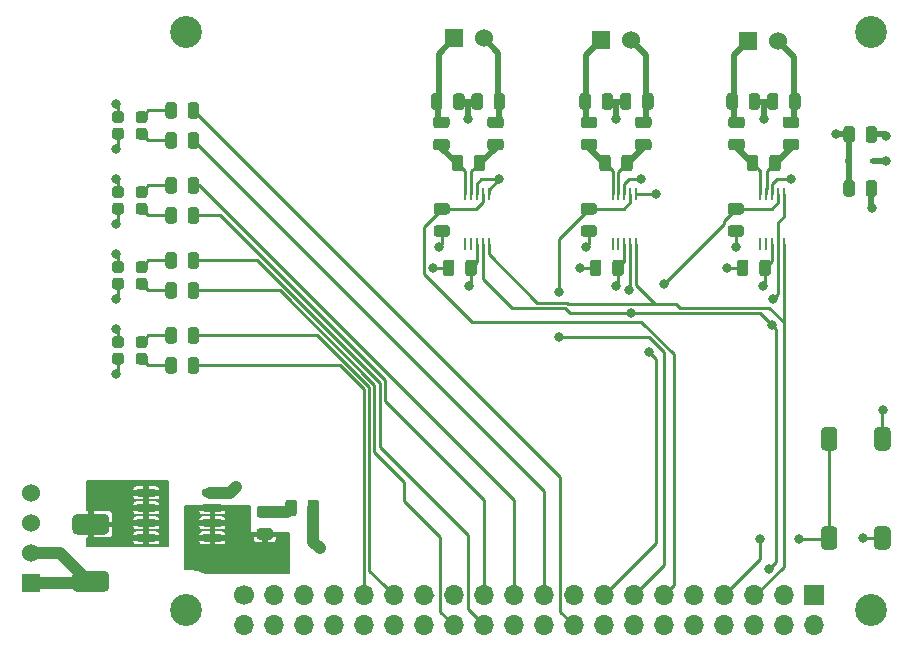
<source format=gtl>
G04 #@! TF.GenerationSoftware,KiCad,Pcbnew,5.1.6-c6e7f7d~87~ubuntu18.04.1*
G04 #@! TF.CreationDate,2021-04-28T11:05:25+02:00*
G04 #@! TF.ProjectId,MSS,4d53532e-6b69-4636-9164-5f7063625858,2.0*
G04 #@! TF.SameCoordinates,Original*
G04 #@! TF.FileFunction,Copper,L1,Top*
G04 #@! TF.FilePolarity,Positive*
%FSLAX46Y46*%
G04 Gerber Fmt 4.6, Leading zero omitted, Abs format (unit mm)*
G04 Created by KiCad (PCBNEW 5.1.6-c6e7f7d~87~ubuntu18.04.1) date 2021-04-28 11:05:25*
%MOMM*%
%LPD*%
G01*
G04 APERTURE LIST*
G04 #@! TA.AperFunction,ComponentPad*
%ADD10C,1.524000*%
G04 #@! TD*
G04 #@! TA.AperFunction,ComponentPad*
%ADD11R,1.524000X1.524000*%
G04 #@! TD*
G04 #@! TA.AperFunction,SMDPad,CuDef*
%ADD12C,2.700000*%
G04 #@! TD*
G04 #@! TA.AperFunction,ComponentPad*
%ADD13C,1.700000*%
G04 #@! TD*
G04 #@! TA.AperFunction,ComponentPad*
%ADD14O,1.700000X1.700000*%
G04 #@! TD*
G04 #@! TA.AperFunction,ComponentPad*
%ADD15R,1.700000X1.700000*%
G04 #@! TD*
G04 #@! TA.AperFunction,SMDPad,CuDef*
%ADD16R,0.250000X1.100000*%
G04 #@! TD*
G04 #@! TA.AperFunction,SMDPad,CuDef*
%ADD17R,0.600000X0.450000*%
G04 #@! TD*
G04 #@! TA.AperFunction,ViaPad*
%ADD18C,0.800000*%
G04 #@! TD*
G04 #@! TA.AperFunction,Conductor*
%ADD19C,0.250000*%
G04 #@! TD*
G04 #@! TA.AperFunction,Conductor*
%ADD20C,0.500000*%
G04 #@! TD*
G04 #@! TA.AperFunction,Conductor*
%ADD21C,1.000000*%
G04 #@! TD*
G04 #@! TA.AperFunction,Conductor*
%ADD22C,0.200000*%
G04 #@! TD*
G04 APERTURE END LIST*
G04 #@! TA.AperFunction,SMDPad,CuDef*
G36*
G01*
X96558000Y-106100000D02*
X94298000Y-106100000D01*
G75*
G02*
X93853000Y-105655000I0J445000D01*
G01*
X93853000Y-104765000D01*
G75*
G02*
X94298000Y-104320000I445000J0D01*
G01*
X96558000Y-104320000D01*
G75*
G02*
X97003000Y-104765000I0J-445000D01*
G01*
X97003000Y-105655000D01*
G75*
G02*
X96558000Y-106100000I-445000J0D01*
G01*
G37*
G04 #@! TD.AperFunction*
G04 #@! TA.AperFunction,SMDPad,CuDef*
G36*
G01*
X96558000Y-110930000D02*
X94298000Y-110930000D01*
G75*
G02*
X93853000Y-110485000I0J445000D01*
G01*
X93853000Y-109595000D01*
G75*
G02*
X94298000Y-109150000I445000J0D01*
G01*
X96558000Y-109150000D01*
G75*
G02*
X97003000Y-109595000I0J-445000D01*
G01*
X97003000Y-110485000D01*
G75*
G02*
X96558000Y-110930000I-445000J0D01*
G01*
G37*
G04 #@! TD.AperFunction*
G04 #@! TA.AperFunction,SMDPad,CuDef*
G36*
G01*
X161748000Y-98614000D02*
X161748000Y-97314000D01*
G75*
G02*
X162098000Y-96964000I350000J0D01*
G01*
X162798000Y-96964000D01*
G75*
G02*
X163148000Y-97314000I0J-350000D01*
G01*
X163148000Y-98614000D01*
G75*
G02*
X162798000Y-98964000I-350000J0D01*
G01*
X162098000Y-98964000D01*
G75*
G02*
X161748000Y-98614000I0J350000D01*
G01*
G37*
G04 #@! TD.AperFunction*
G04 #@! TA.AperFunction,SMDPad,CuDef*
G36*
G01*
X161748000Y-107014000D02*
X161748000Y-105714000D01*
G75*
G02*
X162098000Y-105364000I350000J0D01*
G01*
X162798000Y-105364000D01*
G75*
G02*
X163148000Y-105714000I0J-350000D01*
G01*
X163148000Y-107014000D01*
G75*
G02*
X162798000Y-107364000I-350000J0D01*
G01*
X162098000Y-107364000D01*
G75*
G02*
X161748000Y-107014000I0J350000D01*
G01*
G37*
G04 #@! TD.AperFunction*
G04 #@! TA.AperFunction,SMDPad,CuDef*
G36*
G01*
X157248000Y-98614000D02*
X157248000Y-97314000D01*
G75*
G02*
X157598000Y-96964000I350000J0D01*
G01*
X158298000Y-96964000D01*
G75*
G02*
X158648000Y-97314000I0J-350000D01*
G01*
X158648000Y-98614000D01*
G75*
G02*
X158298000Y-98964000I-350000J0D01*
G01*
X157598000Y-98964000D01*
G75*
G02*
X157248000Y-98614000I0J350000D01*
G01*
G37*
G04 #@! TD.AperFunction*
G04 #@! TA.AperFunction,SMDPad,CuDef*
G36*
G01*
X157248000Y-107014000D02*
X157248000Y-105714000D01*
G75*
G02*
X157598000Y-105364000I350000J0D01*
G01*
X158298000Y-105364000D01*
G75*
G02*
X158648000Y-105714000I0J-350000D01*
G01*
X158648000Y-107014000D01*
G75*
G02*
X158298000Y-107364000I-350000J0D01*
G01*
X157598000Y-107364000D01*
G75*
G02*
X157248000Y-107014000I0J350000D01*
G01*
G37*
G04 #@! TD.AperFunction*
G04 #@! TA.AperFunction,SMDPad,CuDef*
G36*
G01*
X99230000Y-83680000D02*
X99230000Y-83180000D01*
G75*
G02*
X99480000Y-82930000I250000J0D01*
G01*
X99980000Y-82930000D01*
G75*
G02*
X100230000Y-83180000I0J-250000D01*
G01*
X100230000Y-83680000D01*
G75*
G02*
X99980000Y-83930000I-250000J0D01*
G01*
X99480000Y-83930000D01*
G75*
G02*
X99230000Y-83680000I0J250000D01*
G01*
G37*
G04 #@! TD.AperFunction*
G04 #@! TA.AperFunction,SMDPad,CuDef*
G36*
G01*
X99230000Y-85080000D02*
X99230000Y-84580000D01*
G75*
G02*
X99480000Y-84330000I250000J0D01*
G01*
X99980000Y-84330000D01*
G75*
G02*
X100230000Y-84580000I0J-250000D01*
G01*
X100230000Y-85080000D01*
G75*
G02*
X99980000Y-85330000I-250000J0D01*
G01*
X99480000Y-85330000D01*
G75*
G02*
X99230000Y-85080000I0J250000D01*
G01*
G37*
G04 #@! TD.AperFunction*
G04 #@! TA.AperFunction,SMDPad,CuDef*
G36*
G01*
X97230000Y-85080000D02*
X97230000Y-84580000D01*
G75*
G02*
X97480000Y-84330000I250000J0D01*
G01*
X97980000Y-84330000D01*
G75*
G02*
X98230000Y-84580000I0J-250000D01*
G01*
X98230000Y-85080000D01*
G75*
G02*
X97980000Y-85330000I-250000J0D01*
G01*
X97480000Y-85330000D01*
G75*
G02*
X97230000Y-85080000I0J250000D01*
G01*
G37*
G04 #@! TD.AperFunction*
G04 #@! TA.AperFunction,SMDPad,CuDef*
G36*
G01*
X97230000Y-83680000D02*
X97230000Y-83180000D01*
G75*
G02*
X97480000Y-82930000I250000J0D01*
G01*
X97980000Y-82930000D01*
G75*
G02*
X98230000Y-83180000I0J-250000D01*
G01*
X98230000Y-83680000D01*
G75*
G02*
X97980000Y-83930000I-250000J0D01*
G01*
X97480000Y-83930000D01*
G75*
G02*
X97230000Y-83680000I0J250000D01*
G01*
G37*
G04 #@! TD.AperFunction*
G04 #@! TA.AperFunction,SMDPad,CuDef*
G36*
G01*
X99230000Y-70980000D02*
X99230000Y-70480000D01*
G75*
G02*
X99480000Y-70230000I250000J0D01*
G01*
X99980000Y-70230000D01*
G75*
G02*
X100230000Y-70480000I0J-250000D01*
G01*
X100230000Y-70980000D01*
G75*
G02*
X99980000Y-71230000I-250000J0D01*
G01*
X99480000Y-71230000D01*
G75*
G02*
X99230000Y-70980000I0J250000D01*
G01*
G37*
G04 #@! TD.AperFunction*
G04 #@! TA.AperFunction,SMDPad,CuDef*
G36*
G01*
X99230000Y-72380000D02*
X99230000Y-71880000D01*
G75*
G02*
X99480000Y-71630000I250000J0D01*
G01*
X99980000Y-71630000D01*
G75*
G02*
X100230000Y-71880000I0J-250000D01*
G01*
X100230000Y-72380000D01*
G75*
G02*
X99980000Y-72630000I-250000J0D01*
G01*
X99480000Y-72630000D01*
G75*
G02*
X99230000Y-72380000I0J250000D01*
G01*
G37*
G04 #@! TD.AperFunction*
G04 #@! TA.AperFunction,SMDPad,CuDef*
G36*
G01*
X97230000Y-72380000D02*
X97230000Y-71880000D01*
G75*
G02*
X97480000Y-71630000I250000J0D01*
G01*
X97980000Y-71630000D01*
G75*
G02*
X98230000Y-71880000I0J-250000D01*
G01*
X98230000Y-72380000D01*
G75*
G02*
X97980000Y-72630000I-250000J0D01*
G01*
X97480000Y-72630000D01*
G75*
G02*
X97230000Y-72380000I0J250000D01*
G01*
G37*
G04 #@! TD.AperFunction*
G04 #@! TA.AperFunction,SMDPad,CuDef*
G36*
G01*
X97230000Y-70980000D02*
X97230000Y-70480000D01*
G75*
G02*
X97480000Y-70230000I250000J0D01*
G01*
X97980000Y-70230000D01*
G75*
G02*
X98230000Y-70480000I0J-250000D01*
G01*
X98230000Y-70980000D01*
G75*
G02*
X97980000Y-71230000I-250000J0D01*
G01*
X97480000Y-71230000D01*
G75*
G02*
X97230000Y-70980000I0J250000D01*
G01*
G37*
G04 #@! TD.AperFunction*
G04 #@! TA.AperFunction,SMDPad,CuDef*
G36*
G01*
X99230000Y-77330000D02*
X99230000Y-76830000D01*
G75*
G02*
X99480000Y-76580000I250000J0D01*
G01*
X99980000Y-76580000D01*
G75*
G02*
X100230000Y-76830000I0J-250000D01*
G01*
X100230000Y-77330000D01*
G75*
G02*
X99980000Y-77580000I-250000J0D01*
G01*
X99480000Y-77580000D01*
G75*
G02*
X99230000Y-77330000I0J250000D01*
G01*
G37*
G04 #@! TD.AperFunction*
G04 #@! TA.AperFunction,SMDPad,CuDef*
G36*
G01*
X99230000Y-78730000D02*
X99230000Y-78230000D01*
G75*
G02*
X99480000Y-77980000I250000J0D01*
G01*
X99980000Y-77980000D01*
G75*
G02*
X100230000Y-78230000I0J-250000D01*
G01*
X100230000Y-78730000D01*
G75*
G02*
X99980000Y-78980000I-250000J0D01*
G01*
X99480000Y-78980000D01*
G75*
G02*
X99230000Y-78730000I0J250000D01*
G01*
G37*
G04 #@! TD.AperFunction*
G04 #@! TA.AperFunction,SMDPad,CuDef*
G36*
G01*
X97230000Y-78730000D02*
X97230000Y-78230000D01*
G75*
G02*
X97480000Y-77980000I250000J0D01*
G01*
X97980000Y-77980000D01*
G75*
G02*
X98230000Y-78230000I0J-250000D01*
G01*
X98230000Y-78730000D01*
G75*
G02*
X97980000Y-78980000I-250000J0D01*
G01*
X97480000Y-78980000D01*
G75*
G02*
X97230000Y-78730000I0J250000D01*
G01*
G37*
G04 #@! TD.AperFunction*
G04 #@! TA.AperFunction,SMDPad,CuDef*
G36*
G01*
X97230000Y-77330000D02*
X97230000Y-76830000D01*
G75*
G02*
X97480000Y-76580000I250000J0D01*
G01*
X97980000Y-76580000D01*
G75*
G02*
X98230000Y-76830000I0J-250000D01*
G01*
X98230000Y-77330000D01*
G75*
G02*
X97980000Y-77580000I-250000J0D01*
G01*
X97480000Y-77580000D01*
G75*
G02*
X97230000Y-77330000I0J250000D01*
G01*
G37*
G04 #@! TD.AperFunction*
G04 #@! TA.AperFunction,SMDPad,CuDef*
G36*
G01*
X99230000Y-90030000D02*
X99230000Y-89530000D01*
G75*
G02*
X99480000Y-89280000I250000J0D01*
G01*
X99980000Y-89280000D01*
G75*
G02*
X100230000Y-89530000I0J-250000D01*
G01*
X100230000Y-90030000D01*
G75*
G02*
X99980000Y-90280000I-250000J0D01*
G01*
X99480000Y-90280000D01*
G75*
G02*
X99230000Y-90030000I0J250000D01*
G01*
G37*
G04 #@! TD.AperFunction*
G04 #@! TA.AperFunction,SMDPad,CuDef*
G36*
G01*
X99230000Y-91430000D02*
X99230000Y-90930000D01*
G75*
G02*
X99480000Y-90680000I250000J0D01*
G01*
X99980000Y-90680000D01*
G75*
G02*
X100230000Y-90930000I0J-250000D01*
G01*
X100230000Y-91430000D01*
G75*
G02*
X99980000Y-91680000I-250000J0D01*
G01*
X99480000Y-91680000D01*
G75*
G02*
X99230000Y-91430000I0J250000D01*
G01*
G37*
G04 #@! TD.AperFunction*
G04 #@! TA.AperFunction,SMDPad,CuDef*
G36*
G01*
X97230000Y-91430000D02*
X97230000Y-90930000D01*
G75*
G02*
X97480000Y-90680000I250000J0D01*
G01*
X97980000Y-90680000D01*
G75*
G02*
X98230000Y-90930000I0J-250000D01*
G01*
X98230000Y-91430000D01*
G75*
G02*
X97980000Y-91680000I-250000J0D01*
G01*
X97480000Y-91680000D01*
G75*
G02*
X97230000Y-91430000I0J250000D01*
G01*
G37*
G04 #@! TD.AperFunction*
G04 #@! TA.AperFunction,SMDPad,CuDef*
G36*
G01*
X97230000Y-90030000D02*
X97230000Y-89530000D01*
G75*
G02*
X97480000Y-89280000I250000J0D01*
G01*
X97980000Y-89280000D01*
G75*
G02*
X98230000Y-89530000I0J-250000D01*
G01*
X98230000Y-90030000D01*
G75*
G02*
X97980000Y-90280000I-250000J0D01*
G01*
X97480000Y-90280000D01*
G75*
G02*
X97230000Y-90030000I0J250000D01*
G01*
G37*
G04 #@! TD.AperFunction*
D10*
X90348000Y-102545000D03*
X90348000Y-105085000D03*
X90348000Y-107625000D03*
D11*
X90348000Y-110165000D03*
D10*
X153594000Y-64318000D03*
D11*
X151054000Y-64318000D03*
D10*
X141148000Y-64191000D03*
D11*
X138608000Y-64191000D03*
D10*
X128702000Y-64064000D03*
D11*
X126162000Y-64064000D03*
D12*
X161500000Y-112500000D03*
X103500000Y-112500000D03*
X161500000Y-63500000D03*
X103500000Y-63500000D03*
G04 #@! TA.AperFunction,SMDPad,CuDef*
G36*
G01*
X161029000Y-72648250D02*
X161029000Y-71735750D01*
G75*
G02*
X161272750Y-71492000I243750J0D01*
G01*
X161760250Y-71492000D01*
G75*
G02*
X162004000Y-71735750I0J-243750D01*
G01*
X162004000Y-72648250D01*
G75*
G02*
X161760250Y-72892000I-243750J0D01*
G01*
X161272750Y-72892000D01*
G75*
G02*
X161029000Y-72648250I0J243750D01*
G01*
G37*
G04 #@! TD.AperFunction*
G04 #@! TA.AperFunction,SMDPad,CuDef*
G36*
G01*
X159154000Y-72648250D02*
X159154000Y-71735750D01*
G75*
G02*
X159397750Y-71492000I243750J0D01*
G01*
X159885250Y-71492000D01*
G75*
G02*
X160129000Y-71735750I0J-243750D01*
G01*
X160129000Y-72648250D01*
G75*
G02*
X159885250Y-72892000I-243750J0D01*
G01*
X159397750Y-72892000D01*
G75*
G02*
X159154000Y-72648250I0J243750D01*
G01*
G37*
G04 #@! TD.AperFunction*
G04 #@! TA.AperFunction,SMDPad,CuDef*
G36*
G01*
X152012000Y-83951250D02*
X152012000Y-83038750D01*
G75*
G02*
X152255750Y-82795000I243750J0D01*
G01*
X152743250Y-82795000D01*
G75*
G02*
X152987000Y-83038750I0J-243750D01*
G01*
X152987000Y-83951250D01*
G75*
G02*
X152743250Y-84195000I-243750J0D01*
G01*
X152255750Y-84195000D01*
G75*
G02*
X152012000Y-83951250I0J243750D01*
G01*
G37*
G04 #@! TD.AperFunction*
G04 #@! TA.AperFunction,SMDPad,CuDef*
G36*
G01*
X150137000Y-83951250D02*
X150137000Y-83038750D01*
G75*
G02*
X150380750Y-82795000I243750J0D01*
G01*
X150868250Y-82795000D01*
G75*
G02*
X151112000Y-83038750I0J-243750D01*
G01*
X151112000Y-83951250D01*
G75*
G02*
X150868250Y-84195000I-243750J0D01*
G01*
X150380750Y-84195000D01*
G75*
G02*
X150137000Y-83951250I0J243750D01*
G01*
G37*
G04 #@! TD.AperFunction*
G04 #@! TA.AperFunction,SMDPad,CuDef*
G36*
G01*
X151955000Y-74157750D02*
X151955000Y-75070250D01*
G75*
G02*
X151711250Y-75314000I-243750J0D01*
G01*
X151223750Y-75314000D01*
G75*
G02*
X150980000Y-75070250I0J243750D01*
G01*
X150980000Y-74157750D01*
G75*
G02*
X151223750Y-73914000I243750J0D01*
G01*
X151711250Y-73914000D01*
G75*
G02*
X151955000Y-74157750I0J-243750D01*
G01*
G37*
G04 #@! TD.AperFunction*
G04 #@! TA.AperFunction,SMDPad,CuDef*
G36*
G01*
X153830000Y-74157750D02*
X153830000Y-75070250D01*
G75*
G02*
X153586250Y-75314000I-243750J0D01*
G01*
X153098750Y-75314000D01*
G75*
G02*
X152855000Y-75070250I0J243750D01*
G01*
X152855000Y-74157750D01*
G75*
G02*
X153098750Y-73914000I243750J0D01*
G01*
X153586250Y-73914000D01*
G75*
G02*
X153830000Y-74157750I0J-243750D01*
G01*
G37*
G04 #@! TD.AperFunction*
G04 #@! TA.AperFunction,SMDPad,CuDef*
G36*
G01*
X139566000Y-83951250D02*
X139566000Y-83038750D01*
G75*
G02*
X139809750Y-82795000I243750J0D01*
G01*
X140297250Y-82795000D01*
G75*
G02*
X140541000Y-83038750I0J-243750D01*
G01*
X140541000Y-83951250D01*
G75*
G02*
X140297250Y-84195000I-243750J0D01*
G01*
X139809750Y-84195000D01*
G75*
G02*
X139566000Y-83951250I0J243750D01*
G01*
G37*
G04 #@! TD.AperFunction*
G04 #@! TA.AperFunction,SMDPad,CuDef*
G36*
G01*
X137691000Y-83951250D02*
X137691000Y-83038750D01*
G75*
G02*
X137934750Y-82795000I243750J0D01*
G01*
X138422250Y-82795000D01*
G75*
G02*
X138666000Y-83038750I0J-243750D01*
G01*
X138666000Y-83951250D01*
G75*
G02*
X138422250Y-84195000I-243750J0D01*
G01*
X137934750Y-84195000D01*
G75*
G02*
X137691000Y-83951250I0J243750D01*
G01*
G37*
G04 #@! TD.AperFunction*
G04 #@! TA.AperFunction,SMDPad,CuDef*
G36*
G01*
X139455000Y-74157750D02*
X139455000Y-75070250D01*
G75*
G02*
X139211250Y-75314000I-243750J0D01*
G01*
X138723750Y-75314000D01*
G75*
G02*
X138480000Y-75070250I0J243750D01*
G01*
X138480000Y-74157750D01*
G75*
G02*
X138723750Y-73914000I243750J0D01*
G01*
X139211250Y-73914000D01*
G75*
G02*
X139455000Y-74157750I0J-243750D01*
G01*
G37*
G04 #@! TD.AperFunction*
G04 #@! TA.AperFunction,SMDPad,CuDef*
G36*
G01*
X141330000Y-74157750D02*
X141330000Y-75070250D01*
G75*
G02*
X141086250Y-75314000I-243750J0D01*
G01*
X140598750Y-75314000D01*
G75*
G02*
X140355000Y-75070250I0J243750D01*
G01*
X140355000Y-74157750D01*
G75*
G02*
X140598750Y-73914000I243750J0D01*
G01*
X141086250Y-73914000D01*
G75*
G02*
X141330000Y-74157750I0J-243750D01*
G01*
G37*
G04 #@! TD.AperFunction*
G04 #@! TA.AperFunction,SMDPad,CuDef*
G36*
G01*
X127120000Y-83951250D02*
X127120000Y-83038750D01*
G75*
G02*
X127363750Y-82795000I243750J0D01*
G01*
X127851250Y-82795000D01*
G75*
G02*
X128095000Y-83038750I0J-243750D01*
G01*
X128095000Y-83951250D01*
G75*
G02*
X127851250Y-84195000I-243750J0D01*
G01*
X127363750Y-84195000D01*
G75*
G02*
X127120000Y-83951250I0J243750D01*
G01*
G37*
G04 #@! TD.AperFunction*
G04 #@! TA.AperFunction,SMDPad,CuDef*
G36*
G01*
X125245000Y-83951250D02*
X125245000Y-83038750D01*
G75*
G02*
X125488750Y-82795000I243750J0D01*
G01*
X125976250Y-82795000D01*
G75*
G02*
X126220000Y-83038750I0J-243750D01*
G01*
X126220000Y-83951250D01*
G75*
G02*
X125976250Y-84195000I-243750J0D01*
G01*
X125488750Y-84195000D01*
G75*
G02*
X125245000Y-83951250I0J243750D01*
G01*
G37*
G04 #@! TD.AperFunction*
G04 #@! TA.AperFunction,SMDPad,CuDef*
G36*
G01*
X126955000Y-74157750D02*
X126955000Y-75070250D01*
G75*
G02*
X126711250Y-75314000I-243750J0D01*
G01*
X126223750Y-75314000D01*
G75*
G02*
X125980000Y-75070250I0J243750D01*
G01*
X125980000Y-74157750D01*
G75*
G02*
X126223750Y-73914000I243750J0D01*
G01*
X126711250Y-73914000D01*
G75*
G02*
X126955000Y-74157750I0J-243750D01*
G01*
G37*
G04 #@! TD.AperFunction*
G04 #@! TA.AperFunction,SMDPad,CuDef*
G36*
G01*
X128830000Y-74157750D02*
X128830000Y-75070250D01*
G75*
G02*
X128586250Y-75314000I-243750J0D01*
G01*
X128098750Y-75314000D01*
G75*
G02*
X127855000Y-75070250I0J243750D01*
G01*
X127855000Y-74157750D01*
G75*
G02*
X128098750Y-73914000I243750J0D01*
G01*
X128586250Y-73914000D01*
G75*
G02*
X128830000Y-74157750I0J-243750D01*
G01*
G37*
G04 #@! TD.AperFunction*
G04 #@! TA.AperFunction,SMDPad,CuDef*
G36*
G01*
X160129000Y-76307750D02*
X160129000Y-77220250D01*
G75*
G02*
X159885250Y-77464000I-243750J0D01*
G01*
X159397750Y-77464000D01*
G75*
G02*
X159154000Y-77220250I0J243750D01*
G01*
X159154000Y-76307750D01*
G75*
G02*
X159397750Y-76064000I243750J0D01*
G01*
X159885250Y-76064000D01*
G75*
G02*
X160129000Y-76307750I0J-243750D01*
G01*
G37*
G04 #@! TD.AperFunction*
G04 #@! TA.AperFunction,SMDPad,CuDef*
G36*
G01*
X162004000Y-76307750D02*
X162004000Y-77220250D01*
G75*
G02*
X161760250Y-77464000I-243750J0D01*
G01*
X161272750Y-77464000D01*
G75*
G02*
X161029000Y-77220250I0J243750D01*
G01*
X161029000Y-76307750D01*
G75*
G02*
X161272750Y-76064000I243750J0D01*
G01*
X161760250Y-76064000D01*
G75*
G02*
X162004000Y-76307750I0J-243750D01*
G01*
G37*
G04 #@! TD.AperFunction*
G04 #@! TA.AperFunction,SMDPad,CuDef*
G36*
G01*
X150494250Y-78981000D02*
X149581750Y-78981000D01*
G75*
G02*
X149338000Y-78737250I0J243750D01*
G01*
X149338000Y-78249750D01*
G75*
G02*
X149581750Y-78006000I243750J0D01*
G01*
X150494250Y-78006000D01*
G75*
G02*
X150738000Y-78249750I0J-243750D01*
G01*
X150738000Y-78737250D01*
G75*
G02*
X150494250Y-78981000I-243750J0D01*
G01*
G37*
G04 #@! TD.AperFunction*
G04 #@! TA.AperFunction,SMDPad,CuDef*
G36*
G01*
X150494250Y-80856000D02*
X149581750Y-80856000D01*
G75*
G02*
X149338000Y-80612250I0J243750D01*
G01*
X149338000Y-80124750D01*
G75*
G02*
X149581750Y-79881000I243750J0D01*
G01*
X150494250Y-79881000D01*
G75*
G02*
X150738000Y-80124750I0J-243750D01*
G01*
X150738000Y-80612250D01*
G75*
G02*
X150494250Y-80856000I-243750J0D01*
G01*
G37*
G04 #@! TD.AperFunction*
G04 #@! TA.AperFunction,SMDPad,CuDef*
G36*
G01*
X154552000Y-69854250D02*
X154552000Y-68941750D01*
G75*
G02*
X154795750Y-68698000I243750J0D01*
G01*
X155283250Y-68698000D01*
G75*
G02*
X155527000Y-68941750I0J-243750D01*
G01*
X155527000Y-69854250D01*
G75*
G02*
X155283250Y-70098000I-243750J0D01*
G01*
X154795750Y-70098000D01*
G75*
G02*
X154552000Y-69854250I0J243750D01*
G01*
G37*
G04 #@! TD.AperFunction*
G04 #@! TA.AperFunction,SMDPad,CuDef*
G36*
G01*
X152677000Y-69854250D02*
X152677000Y-68941750D01*
G75*
G02*
X152920750Y-68698000I243750J0D01*
G01*
X153408250Y-68698000D01*
G75*
G02*
X153652000Y-68941750I0J-243750D01*
G01*
X153652000Y-69854250D01*
G75*
G02*
X153408250Y-70098000I-243750J0D01*
G01*
X152920750Y-70098000D01*
G75*
G02*
X152677000Y-69854250I0J243750D01*
G01*
G37*
G04 #@! TD.AperFunction*
G04 #@! TA.AperFunction,SMDPad,CuDef*
G36*
G01*
X150223000Y-68941750D02*
X150223000Y-69854250D01*
G75*
G02*
X149979250Y-70098000I-243750J0D01*
G01*
X149491750Y-70098000D01*
G75*
G02*
X149248000Y-69854250I0J243750D01*
G01*
X149248000Y-68941750D01*
G75*
G02*
X149491750Y-68698000I243750J0D01*
G01*
X149979250Y-68698000D01*
G75*
G02*
X150223000Y-68941750I0J-243750D01*
G01*
G37*
G04 #@! TD.AperFunction*
G04 #@! TA.AperFunction,SMDPad,CuDef*
G36*
G01*
X152098000Y-68941750D02*
X152098000Y-69854250D01*
G75*
G02*
X151854250Y-70098000I-243750J0D01*
G01*
X151366750Y-70098000D01*
G75*
G02*
X151123000Y-69854250I0J243750D01*
G01*
X151123000Y-68941750D01*
G75*
G02*
X151366750Y-68698000I243750J0D01*
G01*
X151854250Y-68698000D01*
G75*
G02*
X152098000Y-68941750I0J-243750D01*
G01*
G37*
G04 #@! TD.AperFunction*
G04 #@! TA.AperFunction,SMDPad,CuDef*
G36*
G01*
X155161250Y-71664000D02*
X154248750Y-71664000D01*
G75*
G02*
X154005000Y-71420250I0J243750D01*
G01*
X154005000Y-70932750D01*
G75*
G02*
X154248750Y-70689000I243750J0D01*
G01*
X155161250Y-70689000D01*
G75*
G02*
X155405000Y-70932750I0J-243750D01*
G01*
X155405000Y-71420250D01*
G75*
G02*
X155161250Y-71664000I-243750J0D01*
G01*
G37*
G04 #@! TD.AperFunction*
G04 #@! TA.AperFunction,SMDPad,CuDef*
G36*
G01*
X155161250Y-73539000D02*
X154248750Y-73539000D01*
G75*
G02*
X154005000Y-73295250I0J243750D01*
G01*
X154005000Y-72807750D01*
G75*
G02*
X154248750Y-72564000I243750J0D01*
G01*
X155161250Y-72564000D01*
G75*
G02*
X155405000Y-72807750I0J-243750D01*
G01*
X155405000Y-73295250D01*
G75*
G02*
X155161250Y-73539000I-243750J0D01*
G01*
G37*
G04 #@! TD.AperFunction*
G04 #@! TA.AperFunction,SMDPad,CuDef*
G36*
G01*
X150561250Y-71664000D02*
X149648750Y-71664000D01*
G75*
G02*
X149405000Y-71420250I0J243750D01*
G01*
X149405000Y-70932750D01*
G75*
G02*
X149648750Y-70689000I243750J0D01*
G01*
X150561250Y-70689000D01*
G75*
G02*
X150805000Y-70932750I0J-243750D01*
G01*
X150805000Y-71420250D01*
G75*
G02*
X150561250Y-71664000I-243750J0D01*
G01*
G37*
G04 #@! TD.AperFunction*
G04 #@! TA.AperFunction,SMDPad,CuDef*
G36*
G01*
X150561250Y-73539000D02*
X149648750Y-73539000D01*
G75*
G02*
X149405000Y-73295250I0J243750D01*
G01*
X149405000Y-72807750D01*
G75*
G02*
X149648750Y-72564000I243750J0D01*
G01*
X150561250Y-72564000D01*
G75*
G02*
X150805000Y-72807750I0J-243750D01*
G01*
X150805000Y-73295250D01*
G75*
G02*
X150561250Y-73539000I-243750J0D01*
G01*
G37*
G04 #@! TD.AperFunction*
G04 #@! TA.AperFunction,SMDPad,CuDef*
G36*
G01*
X138048250Y-78981000D02*
X137135750Y-78981000D01*
G75*
G02*
X136892000Y-78737250I0J243750D01*
G01*
X136892000Y-78249750D01*
G75*
G02*
X137135750Y-78006000I243750J0D01*
G01*
X138048250Y-78006000D01*
G75*
G02*
X138292000Y-78249750I0J-243750D01*
G01*
X138292000Y-78737250D01*
G75*
G02*
X138048250Y-78981000I-243750J0D01*
G01*
G37*
G04 #@! TD.AperFunction*
G04 #@! TA.AperFunction,SMDPad,CuDef*
G36*
G01*
X138048250Y-80856000D02*
X137135750Y-80856000D01*
G75*
G02*
X136892000Y-80612250I0J243750D01*
G01*
X136892000Y-80124750D01*
G75*
G02*
X137135750Y-79881000I243750J0D01*
G01*
X138048250Y-79881000D01*
G75*
G02*
X138292000Y-80124750I0J-243750D01*
G01*
X138292000Y-80612250D01*
G75*
G02*
X138048250Y-80856000I-243750J0D01*
G01*
G37*
G04 #@! TD.AperFunction*
G04 #@! TA.AperFunction,SMDPad,CuDef*
G36*
G01*
X142106000Y-69854250D02*
X142106000Y-68941750D01*
G75*
G02*
X142349750Y-68698000I243750J0D01*
G01*
X142837250Y-68698000D01*
G75*
G02*
X143081000Y-68941750I0J-243750D01*
G01*
X143081000Y-69854250D01*
G75*
G02*
X142837250Y-70098000I-243750J0D01*
G01*
X142349750Y-70098000D01*
G75*
G02*
X142106000Y-69854250I0J243750D01*
G01*
G37*
G04 #@! TD.AperFunction*
G04 #@! TA.AperFunction,SMDPad,CuDef*
G36*
G01*
X140231000Y-69854250D02*
X140231000Y-68941750D01*
G75*
G02*
X140474750Y-68698000I243750J0D01*
G01*
X140962250Y-68698000D01*
G75*
G02*
X141206000Y-68941750I0J-243750D01*
G01*
X141206000Y-69854250D01*
G75*
G02*
X140962250Y-70098000I-243750J0D01*
G01*
X140474750Y-70098000D01*
G75*
G02*
X140231000Y-69854250I0J243750D01*
G01*
G37*
G04 #@! TD.AperFunction*
G04 #@! TA.AperFunction,SMDPad,CuDef*
G36*
G01*
X137777000Y-68941750D02*
X137777000Y-69854250D01*
G75*
G02*
X137533250Y-70098000I-243750J0D01*
G01*
X137045750Y-70098000D01*
G75*
G02*
X136802000Y-69854250I0J243750D01*
G01*
X136802000Y-68941750D01*
G75*
G02*
X137045750Y-68698000I243750J0D01*
G01*
X137533250Y-68698000D01*
G75*
G02*
X137777000Y-68941750I0J-243750D01*
G01*
G37*
G04 #@! TD.AperFunction*
G04 #@! TA.AperFunction,SMDPad,CuDef*
G36*
G01*
X139652000Y-68941750D02*
X139652000Y-69854250D01*
G75*
G02*
X139408250Y-70098000I-243750J0D01*
G01*
X138920750Y-70098000D01*
G75*
G02*
X138677000Y-69854250I0J243750D01*
G01*
X138677000Y-68941750D01*
G75*
G02*
X138920750Y-68698000I243750J0D01*
G01*
X139408250Y-68698000D01*
G75*
G02*
X139652000Y-68941750I0J-243750D01*
G01*
G37*
G04 #@! TD.AperFunction*
G04 #@! TA.AperFunction,SMDPad,CuDef*
G36*
G01*
X142661250Y-71664000D02*
X141748750Y-71664000D01*
G75*
G02*
X141505000Y-71420250I0J243750D01*
G01*
X141505000Y-70932750D01*
G75*
G02*
X141748750Y-70689000I243750J0D01*
G01*
X142661250Y-70689000D01*
G75*
G02*
X142905000Y-70932750I0J-243750D01*
G01*
X142905000Y-71420250D01*
G75*
G02*
X142661250Y-71664000I-243750J0D01*
G01*
G37*
G04 #@! TD.AperFunction*
G04 #@! TA.AperFunction,SMDPad,CuDef*
G36*
G01*
X142661250Y-73539000D02*
X141748750Y-73539000D01*
G75*
G02*
X141505000Y-73295250I0J243750D01*
G01*
X141505000Y-72807750D01*
G75*
G02*
X141748750Y-72564000I243750J0D01*
G01*
X142661250Y-72564000D01*
G75*
G02*
X142905000Y-72807750I0J-243750D01*
G01*
X142905000Y-73295250D01*
G75*
G02*
X142661250Y-73539000I-243750J0D01*
G01*
G37*
G04 #@! TD.AperFunction*
G04 #@! TA.AperFunction,SMDPad,CuDef*
G36*
G01*
X138061250Y-71664000D02*
X137148750Y-71664000D01*
G75*
G02*
X136905000Y-71420250I0J243750D01*
G01*
X136905000Y-70932750D01*
G75*
G02*
X137148750Y-70689000I243750J0D01*
G01*
X138061250Y-70689000D01*
G75*
G02*
X138305000Y-70932750I0J-243750D01*
G01*
X138305000Y-71420250D01*
G75*
G02*
X138061250Y-71664000I-243750J0D01*
G01*
G37*
G04 #@! TD.AperFunction*
G04 #@! TA.AperFunction,SMDPad,CuDef*
G36*
G01*
X138061250Y-73539000D02*
X137148750Y-73539000D01*
G75*
G02*
X136905000Y-73295250I0J243750D01*
G01*
X136905000Y-72807750D01*
G75*
G02*
X137148750Y-72564000I243750J0D01*
G01*
X138061250Y-72564000D01*
G75*
G02*
X138305000Y-72807750I0J-243750D01*
G01*
X138305000Y-73295250D01*
G75*
G02*
X138061250Y-73539000I-243750J0D01*
G01*
G37*
G04 #@! TD.AperFunction*
G04 #@! TA.AperFunction,SMDPad,CuDef*
G36*
G01*
X125602250Y-78981000D02*
X124689750Y-78981000D01*
G75*
G02*
X124446000Y-78737250I0J243750D01*
G01*
X124446000Y-78249750D01*
G75*
G02*
X124689750Y-78006000I243750J0D01*
G01*
X125602250Y-78006000D01*
G75*
G02*
X125846000Y-78249750I0J-243750D01*
G01*
X125846000Y-78737250D01*
G75*
G02*
X125602250Y-78981000I-243750J0D01*
G01*
G37*
G04 #@! TD.AperFunction*
G04 #@! TA.AperFunction,SMDPad,CuDef*
G36*
G01*
X125602250Y-80856000D02*
X124689750Y-80856000D01*
G75*
G02*
X124446000Y-80612250I0J243750D01*
G01*
X124446000Y-80124750D01*
G75*
G02*
X124689750Y-79881000I243750J0D01*
G01*
X125602250Y-79881000D01*
G75*
G02*
X125846000Y-80124750I0J-243750D01*
G01*
X125846000Y-80612250D01*
G75*
G02*
X125602250Y-80856000I-243750J0D01*
G01*
G37*
G04 #@! TD.AperFunction*
G04 #@! TA.AperFunction,SMDPad,CuDef*
G36*
G01*
X129533000Y-69870250D02*
X129533000Y-68957750D01*
G75*
G02*
X129776750Y-68714000I243750J0D01*
G01*
X130264250Y-68714000D01*
G75*
G02*
X130508000Y-68957750I0J-243750D01*
G01*
X130508000Y-69870250D01*
G75*
G02*
X130264250Y-70114000I-243750J0D01*
G01*
X129776750Y-70114000D01*
G75*
G02*
X129533000Y-69870250I0J243750D01*
G01*
G37*
G04 #@! TD.AperFunction*
G04 #@! TA.AperFunction,SMDPad,CuDef*
G36*
G01*
X127658000Y-69870250D02*
X127658000Y-68957750D01*
G75*
G02*
X127901750Y-68714000I243750J0D01*
G01*
X128389250Y-68714000D01*
G75*
G02*
X128633000Y-68957750I0J-243750D01*
G01*
X128633000Y-69870250D01*
G75*
G02*
X128389250Y-70114000I-243750J0D01*
G01*
X127901750Y-70114000D01*
G75*
G02*
X127658000Y-69870250I0J243750D01*
G01*
G37*
G04 #@! TD.AperFunction*
G04 #@! TA.AperFunction,SMDPad,CuDef*
G36*
G01*
X125204000Y-68957750D02*
X125204000Y-69870250D01*
G75*
G02*
X124960250Y-70114000I-243750J0D01*
G01*
X124472750Y-70114000D01*
G75*
G02*
X124229000Y-69870250I0J243750D01*
G01*
X124229000Y-68957750D01*
G75*
G02*
X124472750Y-68714000I243750J0D01*
G01*
X124960250Y-68714000D01*
G75*
G02*
X125204000Y-68957750I0J-243750D01*
G01*
G37*
G04 #@! TD.AperFunction*
G04 #@! TA.AperFunction,SMDPad,CuDef*
G36*
G01*
X127079000Y-68957750D02*
X127079000Y-69870250D01*
G75*
G02*
X126835250Y-70114000I-243750J0D01*
G01*
X126347750Y-70114000D01*
G75*
G02*
X126104000Y-69870250I0J243750D01*
G01*
X126104000Y-68957750D01*
G75*
G02*
X126347750Y-68714000I243750J0D01*
G01*
X126835250Y-68714000D01*
G75*
G02*
X127079000Y-68957750I0J-243750D01*
G01*
G37*
G04 #@! TD.AperFunction*
G04 #@! TA.AperFunction,SMDPad,CuDef*
G36*
G01*
X130161250Y-71664000D02*
X129248750Y-71664000D01*
G75*
G02*
X129005000Y-71420250I0J243750D01*
G01*
X129005000Y-70932750D01*
G75*
G02*
X129248750Y-70689000I243750J0D01*
G01*
X130161250Y-70689000D01*
G75*
G02*
X130405000Y-70932750I0J-243750D01*
G01*
X130405000Y-71420250D01*
G75*
G02*
X130161250Y-71664000I-243750J0D01*
G01*
G37*
G04 #@! TD.AperFunction*
G04 #@! TA.AperFunction,SMDPad,CuDef*
G36*
G01*
X130161250Y-73539000D02*
X129248750Y-73539000D01*
G75*
G02*
X129005000Y-73295250I0J243750D01*
G01*
X129005000Y-72807750D01*
G75*
G02*
X129248750Y-72564000I243750J0D01*
G01*
X130161250Y-72564000D01*
G75*
G02*
X130405000Y-72807750I0J-243750D01*
G01*
X130405000Y-73295250D01*
G75*
G02*
X130161250Y-73539000I-243750J0D01*
G01*
G37*
G04 #@! TD.AperFunction*
G04 #@! TA.AperFunction,SMDPad,CuDef*
G36*
G01*
X125561250Y-71664000D02*
X124648750Y-71664000D01*
G75*
G02*
X124405000Y-71420250I0J243750D01*
G01*
X124405000Y-70932750D01*
G75*
G02*
X124648750Y-70689000I243750J0D01*
G01*
X125561250Y-70689000D01*
G75*
G02*
X125805000Y-70932750I0J-243750D01*
G01*
X125805000Y-71420250D01*
G75*
G02*
X125561250Y-71664000I-243750J0D01*
G01*
G37*
G04 #@! TD.AperFunction*
G04 #@! TA.AperFunction,SMDPad,CuDef*
G36*
G01*
X125561250Y-73539000D02*
X124648750Y-73539000D01*
G75*
G02*
X124405000Y-73295250I0J243750D01*
G01*
X124405000Y-72807750D01*
G75*
G02*
X124648750Y-72564000I243750J0D01*
G01*
X125561250Y-72564000D01*
G75*
G02*
X125805000Y-72807750I0J-243750D01*
G01*
X125805000Y-73295250D01*
G75*
G02*
X125561250Y-73539000I-243750J0D01*
G01*
G37*
G04 #@! TD.AperFunction*
G04 #@! TA.AperFunction,SMDPad,CuDef*
G36*
G01*
X102725000Y-82403750D02*
X102725000Y-83316250D01*
G75*
G02*
X102481250Y-83560000I-243750J0D01*
G01*
X101993750Y-83560000D01*
G75*
G02*
X101750000Y-83316250I0J243750D01*
G01*
X101750000Y-82403750D01*
G75*
G02*
X101993750Y-82160000I243750J0D01*
G01*
X102481250Y-82160000D01*
G75*
G02*
X102725000Y-82403750I0J-243750D01*
G01*
G37*
G04 #@! TD.AperFunction*
G04 #@! TA.AperFunction,SMDPad,CuDef*
G36*
G01*
X104600000Y-82403750D02*
X104600000Y-83316250D01*
G75*
G02*
X104356250Y-83560000I-243750J0D01*
G01*
X103868750Y-83560000D01*
G75*
G02*
X103625000Y-83316250I0J243750D01*
G01*
X103625000Y-82403750D01*
G75*
G02*
X103868750Y-82160000I243750J0D01*
G01*
X104356250Y-82160000D01*
G75*
G02*
X104600000Y-82403750I0J-243750D01*
G01*
G37*
G04 #@! TD.AperFunction*
G04 #@! TA.AperFunction,SMDPad,CuDef*
G36*
G01*
X102725000Y-84943750D02*
X102725000Y-85856250D01*
G75*
G02*
X102481250Y-86100000I-243750J0D01*
G01*
X101993750Y-86100000D01*
G75*
G02*
X101750000Y-85856250I0J243750D01*
G01*
X101750000Y-84943750D01*
G75*
G02*
X101993750Y-84700000I243750J0D01*
G01*
X102481250Y-84700000D01*
G75*
G02*
X102725000Y-84943750I0J-243750D01*
G01*
G37*
G04 #@! TD.AperFunction*
G04 #@! TA.AperFunction,SMDPad,CuDef*
G36*
G01*
X104600000Y-84943750D02*
X104600000Y-85856250D01*
G75*
G02*
X104356250Y-86100000I-243750J0D01*
G01*
X103868750Y-86100000D01*
G75*
G02*
X103625000Y-85856250I0J243750D01*
G01*
X103625000Y-84943750D01*
G75*
G02*
X103868750Y-84700000I243750J0D01*
G01*
X104356250Y-84700000D01*
G75*
G02*
X104600000Y-84943750I0J-243750D01*
G01*
G37*
G04 #@! TD.AperFunction*
G04 #@! TA.AperFunction,SMDPad,CuDef*
G36*
G01*
X102725000Y-69703750D02*
X102725000Y-70616250D01*
G75*
G02*
X102481250Y-70860000I-243750J0D01*
G01*
X101993750Y-70860000D01*
G75*
G02*
X101750000Y-70616250I0J243750D01*
G01*
X101750000Y-69703750D01*
G75*
G02*
X101993750Y-69460000I243750J0D01*
G01*
X102481250Y-69460000D01*
G75*
G02*
X102725000Y-69703750I0J-243750D01*
G01*
G37*
G04 #@! TD.AperFunction*
G04 #@! TA.AperFunction,SMDPad,CuDef*
G36*
G01*
X104600000Y-69703750D02*
X104600000Y-70616250D01*
G75*
G02*
X104356250Y-70860000I-243750J0D01*
G01*
X103868750Y-70860000D01*
G75*
G02*
X103625000Y-70616250I0J243750D01*
G01*
X103625000Y-69703750D01*
G75*
G02*
X103868750Y-69460000I243750J0D01*
G01*
X104356250Y-69460000D01*
G75*
G02*
X104600000Y-69703750I0J-243750D01*
G01*
G37*
G04 #@! TD.AperFunction*
G04 #@! TA.AperFunction,SMDPad,CuDef*
G36*
G01*
X102725000Y-72243750D02*
X102725000Y-73156250D01*
G75*
G02*
X102481250Y-73400000I-243750J0D01*
G01*
X101993750Y-73400000D01*
G75*
G02*
X101750000Y-73156250I0J243750D01*
G01*
X101750000Y-72243750D01*
G75*
G02*
X101993750Y-72000000I243750J0D01*
G01*
X102481250Y-72000000D01*
G75*
G02*
X102725000Y-72243750I0J-243750D01*
G01*
G37*
G04 #@! TD.AperFunction*
G04 #@! TA.AperFunction,SMDPad,CuDef*
G36*
G01*
X104600000Y-72243750D02*
X104600000Y-73156250D01*
G75*
G02*
X104356250Y-73400000I-243750J0D01*
G01*
X103868750Y-73400000D01*
G75*
G02*
X103625000Y-73156250I0J243750D01*
G01*
X103625000Y-72243750D01*
G75*
G02*
X103868750Y-72000000I243750J0D01*
G01*
X104356250Y-72000000D01*
G75*
G02*
X104600000Y-72243750I0J-243750D01*
G01*
G37*
G04 #@! TD.AperFunction*
G04 #@! TA.AperFunction,SMDPad,CuDef*
G36*
G01*
X102725000Y-76053750D02*
X102725000Y-76966250D01*
G75*
G02*
X102481250Y-77210000I-243750J0D01*
G01*
X101993750Y-77210000D01*
G75*
G02*
X101750000Y-76966250I0J243750D01*
G01*
X101750000Y-76053750D01*
G75*
G02*
X101993750Y-75810000I243750J0D01*
G01*
X102481250Y-75810000D01*
G75*
G02*
X102725000Y-76053750I0J-243750D01*
G01*
G37*
G04 #@! TD.AperFunction*
G04 #@! TA.AperFunction,SMDPad,CuDef*
G36*
G01*
X104600000Y-76053750D02*
X104600000Y-76966250D01*
G75*
G02*
X104356250Y-77210000I-243750J0D01*
G01*
X103868750Y-77210000D01*
G75*
G02*
X103625000Y-76966250I0J243750D01*
G01*
X103625000Y-76053750D01*
G75*
G02*
X103868750Y-75810000I243750J0D01*
G01*
X104356250Y-75810000D01*
G75*
G02*
X104600000Y-76053750I0J-243750D01*
G01*
G37*
G04 #@! TD.AperFunction*
G04 #@! TA.AperFunction,SMDPad,CuDef*
G36*
G01*
X102725000Y-78593750D02*
X102725000Y-79506250D01*
G75*
G02*
X102481250Y-79750000I-243750J0D01*
G01*
X101993750Y-79750000D01*
G75*
G02*
X101750000Y-79506250I0J243750D01*
G01*
X101750000Y-78593750D01*
G75*
G02*
X101993750Y-78350000I243750J0D01*
G01*
X102481250Y-78350000D01*
G75*
G02*
X102725000Y-78593750I0J-243750D01*
G01*
G37*
G04 #@! TD.AperFunction*
G04 #@! TA.AperFunction,SMDPad,CuDef*
G36*
G01*
X104600000Y-78593750D02*
X104600000Y-79506250D01*
G75*
G02*
X104356250Y-79750000I-243750J0D01*
G01*
X103868750Y-79750000D01*
G75*
G02*
X103625000Y-79506250I0J243750D01*
G01*
X103625000Y-78593750D01*
G75*
G02*
X103868750Y-78350000I243750J0D01*
G01*
X104356250Y-78350000D01*
G75*
G02*
X104600000Y-78593750I0J-243750D01*
G01*
G37*
G04 #@! TD.AperFunction*
G04 #@! TA.AperFunction,SMDPad,CuDef*
G36*
G01*
X102725000Y-88753750D02*
X102725000Y-89666250D01*
G75*
G02*
X102481250Y-89910000I-243750J0D01*
G01*
X101993750Y-89910000D01*
G75*
G02*
X101750000Y-89666250I0J243750D01*
G01*
X101750000Y-88753750D01*
G75*
G02*
X101993750Y-88510000I243750J0D01*
G01*
X102481250Y-88510000D01*
G75*
G02*
X102725000Y-88753750I0J-243750D01*
G01*
G37*
G04 #@! TD.AperFunction*
G04 #@! TA.AperFunction,SMDPad,CuDef*
G36*
G01*
X104600000Y-88753750D02*
X104600000Y-89666250D01*
G75*
G02*
X104356250Y-89910000I-243750J0D01*
G01*
X103868750Y-89910000D01*
G75*
G02*
X103625000Y-89666250I0J243750D01*
G01*
X103625000Y-88753750D01*
G75*
G02*
X103868750Y-88510000I243750J0D01*
G01*
X104356250Y-88510000D01*
G75*
G02*
X104600000Y-88753750I0J-243750D01*
G01*
G37*
G04 #@! TD.AperFunction*
G04 #@! TA.AperFunction,SMDPad,CuDef*
G36*
G01*
X102725000Y-91293750D02*
X102725000Y-92206250D01*
G75*
G02*
X102481250Y-92450000I-243750J0D01*
G01*
X101993750Y-92450000D01*
G75*
G02*
X101750000Y-92206250I0J243750D01*
G01*
X101750000Y-91293750D01*
G75*
G02*
X101993750Y-91050000I243750J0D01*
G01*
X102481250Y-91050000D01*
G75*
G02*
X102725000Y-91293750I0J-243750D01*
G01*
G37*
G04 #@! TD.AperFunction*
G04 #@! TA.AperFunction,SMDPad,CuDef*
G36*
G01*
X104600000Y-91293750D02*
X104600000Y-92206250D01*
G75*
G02*
X104356250Y-92450000I-243750J0D01*
G01*
X103868750Y-92450000D01*
G75*
G02*
X103625000Y-92206250I0J243750D01*
G01*
X103625000Y-91293750D01*
G75*
G02*
X103868750Y-91050000I243750J0D01*
G01*
X104356250Y-91050000D01*
G75*
G02*
X104600000Y-91293750I0J-243750D01*
G01*
G37*
G04 #@! TD.AperFunction*
G04 #@! TA.AperFunction,SMDPad,CuDef*
G36*
G01*
X112885000Y-103358750D02*
X112885000Y-104271250D01*
G75*
G02*
X112641250Y-104515000I-243750J0D01*
G01*
X112153750Y-104515000D01*
G75*
G02*
X111910000Y-104271250I0J243750D01*
G01*
X111910000Y-103358750D01*
G75*
G02*
X112153750Y-103115000I243750J0D01*
G01*
X112641250Y-103115000D01*
G75*
G02*
X112885000Y-103358750I0J-243750D01*
G01*
G37*
G04 #@! TD.AperFunction*
G04 #@! TA.AperFunction,SMDPad,CuDef*
G36*
G01*
X114760000Y-103358750D02*
X114760000Y-104271250D01*
G75*
G02*
X114516250Y-104515000I-243750J0D01*
G01*
X114028750Y-104515000D01*
G75*
G02*
X113785000Y-104271250I0J243750D01*
G01*
X113785000Y-103358750D01*
G75*
G02*
X114028750Y-103115000I243750J0D01*
G01*
X114516250Y-103115000D01*
G75*
G02*
X114760000Y-103358750I0J-243750D01*
G01*
G37*
G04 #@! TD.AperFunction*
G04 #@! TA.AperFunction,SMDPad,CuDef*
G36*
G01*
X109703750Y-105535000D02*
X110616250Y-105535000D01*
G75*
G02*
X110860000Y-105778750I0J-243750D01*
G01*
X110860000Y-106266250D01*
G75*
G02*
X110616250Y-106510000I-243750J0D01*
G01*
X109703750Y-106510000D01*
G75*
G02*
X109460000Y-106266250I0J243750D01*
G01*
X109460000Y-105778750D01*
G75*
G02*
X109703750Y-105535000I243750J0D01*
G01*
G37*
G04 #@! TD.AperFunction*
G04 #@! TA.AperFunction,SMDPad,CuDef*
G36*
G01*
X109703750Y-103660000D02*
X110616250Y-103660000D01*
G75*
G02*
X110860000Y-103903750I0J-243750D01*
G01*
X110860000Y-104391250D01*
G75*
G02*
X110616250Y-104635000I-243750J0D01*
G01*
X109703750Y-104635000D01*
G75*
G02*
X109460000Y-104391250I0J243750D01*
G01*
X109460000Y-103903750D01*
G75*
G02*
X109703750Y-103660000I243750J0D01*
G01*
G37*
G04 #@! TD.AperFunction*
D13*
X108370000Y-111230000D03*
D14*
X108370000Y-113770000D03*
X110910000Y-111230000D03*
X110910000Y-113770000D03*
X113450000Y-111230000D03*
X113450000Y-113770000D03*
X115990000Y-111230000D03*
X115990000Y-113770000D03*
X118530000Y-111230000D03*
X118530000Y-113770000D03*
X121070000Y-111230000D03*
X121070000Y-113770000D03*
X123610000Y-111230000D03*
X123610000Y-113770000D03*
X126150000Y-111230000D03*
X126150000Y-113770000D03*
X128690000Y-111230000D03*
X128690000Y-113770000D03*
X131230000Y-111230000D03*
X131230000Y-113770000D03*
X133770000Y-111230000D03*
X133770000Y-113770000D03*
X136310000Y-111230000D03*
X136310000Y-113770000D03*
X138850000Y-111230000D03*
X138850000Y-113770000D03*
X141390000Y-111230000D03*
X141390000Y-113770000D03*
X143930000Y-111230000D03*
X143930000Y-113770000D03*
X146470000Y-111230000D03*
X146470000Y-113770000D03*
X149010000Y-111230000D03*
X149010000Y-113770000D03*
X151550000Y-111230000D03*
X151550000Y-113770000D03*
X154090000Y-111230000D03*
X154090000Y-113770000D03*
D15*
X156630000Y-111230000D03*
D14*
X156630000Y-113770000D03*
D16*
X154105000Y-77199000D03*
X153605000Y-77199000D03*
X153105000Y-77199000D03*
X152605000Y-77199000D03*
X152105000Y-77199000D03*
X152105000Y-81499000D03*
X152605000Y-81499000D03*
X153105000Y-81499000D03*
X153605000Y-81499000D03*
X154105000Y-81499000D03*
X141605000Y-77199000D03*
X141105000Y-77199000D03*
X140605000Y-77199000D03*
X140105000Y-77199000D03*
X139605000Y-77199000D03*
X139605000Y-81499000D03*
X140105000Y-81499000D03*
X140605000Y-81499000D03*
X141105000Y-81499000D03*
X141605000Y-81499000D03*
X129105000Y-81499000D03*
X128605000Y-81499000D03*
X128105000Y-81499000D03*
X127605000Y-81499000D03*
X127105000Y-81499000D03*
X127105000Y-77199000D03*
X127605000Y-77199000D03*
X128105000Y-77199000D03*
X128605000Y-77199000D03*
X129105000Y-77199000D03*
G04 #@! TA.AperFunction,SMDPad,CuDef*
G36*
G01*
X106596000Y-106192500D02*
X106596000Y-106517500D01*
G75*
G02*
X106433500Y-106680000I-162500J0D01*
G01*
X105008500Y-106680000D01*
G75*
G02*
X104846000Y-106517500I0J162500D01*
G01*
X104846000Y-106192500D01*
G75*
G02*
X105008500Y-106030000I162500J0D01*
G01*
X106433500Y-106030000D01*
G75*
G02*
X106596000Y-106192500I0J-162500D01*
G01*
G37*
G04 #@! TD.AperFunction*
G04 #@! TA.AperFunction,SMDPad,CuDef*
G36*
G01*
X106596000Y-104922500D02*
X106596000Y-105247500D01*
G75*
G02*
X106433500Y-105410000I-162500J0D01*
G01*
X105008500Y-105410000D01*
G75*
G02*
X104846000Y-105247500I0J162500D01*
G01*
X104846000Y-104922500D01*
G75*
G02*
X105008500Y-104760000I162500J0D01*
G01*
X106433500Y-104760000D01*
G75*
G02*
X106596000Y-104922500I0J-162500D01*
G01*
G37*
G04 #@! TD.AperFunction*
G04 #@! TA.AperFunction,SMDPad,CuDef*
G36*
G01*
X106596000Y-103652500D02*
X106596000Y-103977500D01*
G75*
G02*
X106433500Y-104140000I-162500J0D01*
G01*
X105008500Y-104140000D01*
G75*
G02*
X104846000Y-103977500I0J162500D01*
G01*
X104846000Y-103652500D01*
G75*
G02*
X105008500Y-103490000I162500J0D01*
G01*
X106433500Y-103490000D01*
G75*
G02*
X106596000Y-103652500I0J-162500D01*
G01*
G37*
G04 #@! TD.AperFunction*
G04 #@! TA.AperFunction,SMDPad,CuDef*
G36*
G01*
X106596000Y-102382500D02*
X106596000Y-102707500D01*
G75*
G02*
X106433500Y-102870000I-162500J0D01*
G01*
X105008500Y-102870000D01*
G75*
G02*
X104846000Y-102707500I0J162500D01*
G01*
X104846000Y-102382500D01*
G75*
G02*
X105008500Y-102220000I162500J0D01*
G01*
X106433500Y-102220000D01*
G75*
G02*
X106596000Y-102382500I0J-162500D01*
G01*
G37*
G04 #@! TD.AperFunction*
G04 #@! TA.AperFunction,SMDPad,CuDef*
G36*
G01*
X100996000Y-102382500D02*
X100996000Y-102707500D01*
G75*
G02*
X100833500Y-102870000I-162500J0D01*
G01*
X99408500Y-102870000D01*
G75*
G02*
X99246000Y-102707500I0J162500D01*
G01*
X99246000Y-102382500D01*
G75*
G02*
X99408500Y-102220000I162500J0D01*
G01*
X100833500Y-102220000D01*
G75*
G02*
X100996000Y-102382500I0J-162500D01*
G01*
G37*
G04 #@! TD.AperFunction*
G04 #@! TA.AperFunction,SMDPad,CuDef*
G36*
G01*
X100996000Y-103652500D02*
X100996000Y-103977500D01*
G75*
G02*
X100833500Y-104140000I-162500J0D01*
G01*
X99408500Y-104140000D01*
G75*
G02*
X99246000Y-103977500I0J162500D01*
G01*
X99246000Y-103652500D01*
G75*
G02*
X99408500Y-103490000I162500J0D01*
G01*
X100833500Y-103490000D01*
G75*
G02*
X100996000Y-103652500I0J-162500D01*
G01*
G37*
G04 #@! TD.AperFunction*
G04 #@! TA.AperFunction,SMDPad,CuDef*
G36*
G01*
X100996000Y-104922500D02*
X100996000Y-105247500D01*
G75*
G02*
X100833500Y-105410000I-162500J0D01*
G01*
X99408500Y-105410000D01*
G75*
G02*
X99246000Y-105247500I0J162500D01*
G01*
X99246000Y-104922500D01*
G75*
G02*
X99408500Y-104760000I162500J0D01*
G01*
X100833500Y-104760000D01*
G75*
G02*
X100996000Y-104922500I0J-162500D01*
G01*
G37*
G04 #@! TD.AperFunction*
G04 #@! TA.AperFunction,SMDPad,CuDef*
G36*
G01*
X100996000Y-106192500D02*
X100996000Y-106517500D01*
G75*
G02*
X100833500Y-106680000I-162500J0D01*
G01*
X99408500Y-106680000D01*
G75*
G02*
X99246000Y-106517500I0J162500D01*
G01*
X99246000Y-106192500D01*
G75*
G02*
X99408500Y-106030000I162500J0D01*
G01*
X100833500Y-106030000D01*
G75*
G02*
X100996000Y-106192500I0J-162500D01*
G01*
G37*
G04 #@! TD.AperFunction*
D17*
X159529000Y-74478000D03*
X161629000Y-74478000D03*
D18*
X129972000Y-76002000D03*
X142037000Y-76002000D03*
X154737000Y-76002000D03*
X124384000Y-83495000D03*
X136830000Y-83495000D03*
X149276000Y-83495000D03*
X162738000Y-72319000D03*
X97587000Y-69652000D03*
X97587000Y-73462000D03*
X97587000Y-76002000D03*
X97587000Y-79812000D03*
X97587000Y-82352000D03*
X97587000Y-86162000D03*
X97587000Y-88702000D03*
X97587000Y-92512000D03*
X114810010Y-107207127D03*
X107747000Y-102037000D03*
X162484000Y-95560000D03*
X160833000Y-106355000D03*
X162738000Y-74478000D03*
X152106990Y-106482000D03*
X155372000Y-106482000D03*
X109271000Y-107371000D03*
X110287000Y-107371000D03*
X111303000Y-107371000D03*
X111303000Y-108387000D03*
X110287000Y-108387000D03*
X109271000Y-108387000D03*
X153086000Y-88321000D03*
X153182542Y-86122223D03*
X141148000Y-87305000D03*
X141003105Y-85372181D03*
X152832000Y-109022000D03*
X143307000Y-77272000D03*
X127432000Y-85019000D03*
X139878000Y-85019000D03*
X152324000Y-85019000D03*
X124892000Y-81717000D03*
X137338000Y-81717000D03*
X150038000Y-81717000D03*
X161595000Y-78415000D03*
X135052000Y-85527000D03*
X135052000Y-89337010D03*
X143942000Y-84892000D03*
X142672000Y-90607000D03*
X139905000Y-70914000D03*
X152405000Y-70914000D03*
X127405000Y-70914000D03*
X158547000Y-72192000D03*
D19*
X128502000Y-76002000D02*
X129972000Y-76002000D01*
X128105000Y-77199000D02*
X128105000Y-76399000D01*
X128105000Y-76399000D02*
X128502000Y-76002000D01*
X129105000Y-76869000D02*
X129972000Y-76002000D01*
X129105000Y-77199000D02*
X129105000Y-76869000D01*
X141002000Y-76002000D02*
X142037000Y-76002000D01*
X140605000Y-77199000D02*
X140605000Y-76399000D01*
X140605000Y-76399000D02*
X141002000Y-76002000D01*
X153502000Y-76002000D02*
X154737000Y-76002000D01*
X153105000Y-77199000D02*
X153105000Y-76399000D01*
X153105000Y-76399000D02*
X153502000Y-76002000D01*
X125732500Y-83495000D02*
X124384000Y-83495000D01*
X138178500Y-83495000D02*
X136830000Y-83495000D01*
X150624500Y-83495000D02*
X149276000Y-83495000D01*
D20*
X161516500Y-72192000D02*
X162611000Y-72192000D01*
X162611000Y-72192000D02*
X162738000Y-72319000D01*
D19*
X97730000Y-70730000D02*
X97730000Y-69795000D01*
X97730000Y-69795000D02*
X97587000Y-69652000D01*
X97730000Y-72130000D02*
X97730000Y-73319000D01*
X97730000Y-73319000D02*
X97587000Y-73462000D01*
X97730000Y-77080000D02*
X97730000Y-76145000D01*
X97730000Y-76145000D02*
X97587000Y-76002000D01*
X97730000Y-78480000D02*
X97730000Y-79669000D01*
X97730000Y-79669000D02*
X97587000Y-79812000D01*
X97730000Y-83430000D02*
X97730000Y-82495000D01*
X97730000Y-82495000D02*
X97587000Y-82352000D01*
X97730000Y-84830000D02*
X97730000Y-86019000D01*
X97730000Y-86019000D02*
X97587000Y-86162000D01*
X97730000Y-89780000D02*
X97730000Y-88845000D01*
X97730000Y-88845000D02*
X97587000Y-88702000D01*
X97730000Y-91180000D02*
X97730000Y-92369000D01*
X97730000Y-92369000D02*
X97587000Y-92512000D01*
D21*
X114272500Y-103815000D02*
X114272500Y-106669617D01*
X114272500Y-106669617D02*
X114810010Y-107207127D01*
X105496000Y-102545000D02*
X107239000Y-102545000D01*
X107239000Y-102545000D02*
X107747000Y-102037000D01*
D19*
X162448000Y-97964000D02*
X162448000Y-95596000D01*
X162448000Y-95596000D02*
X162484000Y-95560000D01*
X162448000Y-106364000D02*
X160842000Y-106364000D01*
X160842000Y-106364000D02*
X160833000Y-106355000D01*
D20*
X161629000Y-74478000D02*
X162738000Y-74478000D01*
D19*
X124410998Y-111230000D02*
X123610000Y-111230000D01*
X149010000Y-111230000D02*
X152106990Y-108133010D01*
X152106990Y-108133010D02*
X152106990Y-106482000D01*
X155476000Y-106378000D02*
X155372000Y-106482000D01*
X157830000Y-106482000D02*
X157948000Y-106364000D01*
X155372000Y-106482000D02*
X157830000Y-106482000D01*
X157948000Y-106364000D02*
X157948000Y-97964000D01*
X154102000Y-81502000D02*
X154105000Y-81499000D01*
X154105000Y-87556000D02*
X154105000Y-81499000D01*
X154105000Y-87556000D02*
X154105000Y-87308000D01*
X154105000Y-88070000D02*
X154105000Y-87556000D01*
X145326993Y-86854989D02*
X145015004Y-86543000D01*
X154105000Y-88070000D02*
X152889989Y-86854989D01*
X152889989Y-86854989D02*
X145326993Y-86854989D01*
X141605000Y-84968000D02*
X143180000Y-86543000D01*
X141605000Y-81499000D02*
X141605000Y-84968000D01*
X145015004Y-86543000D02*
X143180000Y-86543000D01*
X143180000Y-86543000D02*
X135873824Y-86543000D01*
X135873824Y-86543000D02*
X135772801Y-86441977D01*
X135772801Y-86441977D02*
X133247977Y-86441977D01*
X129105000Y-82299000D02*
X129105000Y-81499000D01*
X133247977Y-86441977D02*
X129105000Y-82299000D01*
X154105000Y-108822002D02*
X154105000Y-88070000D01*
X151550000Y-111230000D02*
X151697002Y-111230000D01*
X151697002Y-111230000D02*
X154105000Y-108822002D01*
X153605000Y-79649000D02*
X153605000Y-80249000D01*
X153605000Y-80249000D02*
X153605000Y-81499000D01*
X154105000Y-79149000D02*
X153605000Y-79649000D01*
X154105000Y-77199000D02*
X154105000Y-79149000D01*
X153594000Y-81510000D02*
X153605000Y-81499000D01*
X153605000Y-81499000D02*
X153605000Y-85699765D01*
X153605000Y-85699765D02*
X153182542Y-86122223D01*
X152070000Y-87305000D02*
X141148000Y-87305000D01*
X153086000Y-88321000D02*
X152070000Y-87305000D01*
X141105000Y-81499000D02*
X141105000Y-85270286D01*
X141105000Y-85270286D02*
X141003105Y-85372181D01*
X131082988Y-86891988D02*
X128605000Y-84414000D01*
X135586401Y-86891988D02*
X131082988Y-86891988D01*
X141148000Y-87305000D02*
X135999413Y-87305000D01*
X128605000Y-84414000D02*
X128605000Y-81499000D01*
X135999413Y-87305000D02*
X135586401Y-86891988D01*
X153467000Y-88702000D02*
X153086000Y-88321000D01*
X152832000Y-109022000D02*
X153467000Y-108387000D01*
X153467000Y-108387000D02*
X153467000Y-88702000D01*
X141605000Y-77199000D02*
X143234000Y-77199000D01*
X143234000Y-77199000D02*
X143307000Y-77272000D01*
X127607500Y-83495000D02*
X127607500Y-84843500D01*
X127607500Y-84843500D02*
X127432000Y-85019000D01*
X140053500Y-83495000D02*
X140053500Y-84843500D01*
X140053500Y-84843500D02*
X139878000Y-85019000D01*
X152499500Y-83495000D02*
X152499500Y-84843500D01*
X152499500Y-84843500D02*
X152324000Y-85019000D01*
X125146000Y-80368500D02*
X125146000Y-81463000D01*
X125146000Y-81463000D02*
X124892000Y-81717000D01*
X137592000Y-80368500D02*
X137592000Y-81463000D01*
X137592000Y-81463000D02*
X137338000Y-81717000D01*
X150038000Y-80368500D02*
X150038000Y-81717000D01*
X140605000Y-82943500D02*
X140605000Y-81499000D01*
X140053500Y-83495000D02*
X140605000Y-82943500D01*
X153105000Y-82889500D02*
X153105000Y-81499000D01*
X152499500Y-83495000D02*
X153105000Y-82889500D01*
X128105000Y-82997500D02*
X128105000Y-81499000D01*
X127607500Y-83495000D02*
X128105000Y-82997500D01*
D20*
X161563500Y-78383500D02*
X161595000Y-78415000D01*
X161516500Y-78336500D02*
X161595000Y-78415000D01*
X161516500Y-76764000D02*
X161516500Y-78336500D01*
D19*
X128605000Y-77959002D02*
X128605000Y-77199000D01*
X128070502Y-78493500D02*
X128605000Y-77959002D01*
X125146000Y-78493500D02*
X128070502Y-78493500D01*
X125146000Y-78493500D02*
X123622000Y-80017500D01*
X123622000Y-80017500D02*
X123622000Y-83999682D01*
X123622000Y-83999682D02*
X127689318Y-88067000D01*
X127689318Y-88067000D02*
X142038411Y-88067000D01*
X142038411Y-88067000D02*
X144779999Y-90808588D01*
X144779999Y-110380001D02*
X143930000Y-111230000D01*
X144779999Y-90808588D02*
X144779999Y-110380001D01*
X141105000Y-77959002D02*
X141105000Y-77199000D01*
X140570502Y-78493500D02*
X141105000Y-77959002D01*
X137592000Y-78493500D02*
X140570502Y-78493500D01*
X137592000Y-78493500D02*
X135052000Y-81033500D01*
X135052000Y-81033500D02*
X135052000Y-85527000D01*
X142672010Y-89337010D02*
X135052000Y-89337010D01*
X143942000Y-108678000D02*
X143942000Y-90607000D01*
X141390000Y-111230000D02*
X143942000Y-108678000D01*
X143942000Y-90607000D02*
X142672010Y-89337010D01*
X153605000Y-77959002D02*
X153605000Y-77199000D01*
X153070502Y-78493500D02*
X153605000Y-77959002D01*
X150038000Y-78493500D02*
X153070502Y-78493500D01*
X149012990Y-79821010D02*
X143942000Y-84892000D01*
X150038000Y-78493500D02*
X149012990Y-79518510D01*
X149012990Y-79518510D02*
X149012990Y-79821010D01*
X143307000Y-91242000D02*
X142672000Y-90607000D01*
X138850000Y-111230000D02*
X143307000Y-106773000D01*
X143307000Y-106773000D02*
X143307000Y-91242000D01*
D20*
X159549000Y-72605000D02*
X159599000Y-72555000D01*
X128055000Y-69414000D02*
X127405000Y-69414000D01*
X127405000Y-69414000D02*
X126755000Y-69414000D01*
X127405000Y-70914000D02*
X127405000Y-69414000D01*
X140555000Y-69414000D02*
X139905000Y-69414000D01*
X139905000Y-69414000D02*
X139255000Y-69414000D01*
X139905000Y-70914000D02*
X139905000Y-70348315D01*
X139905000Y-70348315D02*
X139905000Y-69414000D01*
X152405000Y-69414000D02*
X151755000Y-69414000D01*
X153055000Y-69414000D02*
X152405000Y-69414000D01*
X152405000Y-69414000D02*
X152405000Y-70914000D01*
X159563000Y-72270500D02*
X159641500Y-72192000D01*
X159641500Y-72192000D02*
X158547000Y-72192000D01*
X159561500Y-74510500D02*
X159529000Y-74478000D01*
X159641500Y-74365500D02*
X159529000Y-74478000D01*
X159641500Y-72192000D02*
X159641500Y-74365500D01*
X159641500Y-74590500D02*
X159529000Y-74478000D01*
X159641500Y-76764000D02*
X159641500Y-74590500D01*
X125105000Y-73064000D02*
X125105000Y-73314000D01*
X125105000Y-73314000D02*
X126405000Y-74614000D01*
D19*
X127105000Y-75251500D02*
X126467500Y-74614000D01*
X127105000Y-77199000D02*
X127105000Y-75251500D01*
X128405000Y-74614000D02*
X128305000Y-74614000D01*
D20*
X129705000Y-73064000D02*
X129705000Y-73314000D01*
X129705000Y-73314000D02*
X128405000Y-74614000D01*
D19*
X127654990Y-75301510D02*
X128342500Y-74614000D01*
X127654990Y-76760010D02*
X127654990Y-75301510D01*
X127605000Y-76810000D02*
X127654990Y-76760010D01*
X127605000Y-77199000D02*
X127605000Y-76810000D01*
X153405000Y-74614000D02*
X153305000Y-74614000D01*
D20*
X154705000Y-73064000D02*
X154705000Y-73314000D01*
X154705000Y-73314000D02*
X153405000Y-74614000D01*
D19*
X152654990Y-76814010D02*
X152654990Y-75301510D01*
X152605000Y-76864000D02*
X152654990Y-76814010D01*
X152654990Y-75301510D02*
X153342500Y-74614000D01*
X152605000Y-77199000D02*
X152605000Y-76864000D01*
X140905000Y-74614000D02*
X140805000Y-74614000D01*
X140105000Y-76749000D02*
X140105000Y-77199000D01*
D20*
X142205000Y-73064000D02*
X142205000Y-73314000D01*
X142205000Y-73314000D02*
X140905000Y-74614000D01*
D19*
X140105000Y-75351500D02*
X140842500Y-74614000D01*
X140105000Y-77199000D02*
X140105000Y-75351500D01*
D20*
X137605000Y-73064000D02*
X137605000Y-73314000D01*
X137605000Y-73314000D02*
X138905000Y-74614000D01*
D19*
X139605000Y-75251500D02*
X138967500Y-74614000D01*
X139605000Y-77199000D02*
X139605000Y-75251500D01*
D20*
X150105000Y-73064000D02*
X150105000Y-73314000D01*
X150105000Y-73314000D02*
X151405000Y-74614000D01*
D19*
X152105000Y-75251500D02*
X151467500Y-74614000D01*
X152105000Y-77199000D02*
X152105000Y-75251500D01*
D21*
X95353000Y-110165000D02*
X95428000Y-110240000D01*
X90348000Y-110165000D02*
X95353000Y-110165000D01*
X92813000Y-107625000D02*
X95428000Y-110240000D01*
X90348000Y-107625000D02*
X92813000Y-107625000D01*
D20*
X154955000Y-69414000D02*
X154955000Y-70914000D01*
X154955000Y-70914000D02*
X154705000Y-71164000D01*
X154942500Y-65666500D02*
X153594000Y-64318000D01*
X154942500Y-69414000D02*
X154942500Y-65666500D01*
X142455000Y-69414000D02*
X142455000Y-70914000D01*
X142455000Y-70914000D02*
X142205000Y-71164000D01*
X142442500Y-65485500D02*
X141148000Y-64191000D01*
X142442500Y-69414000D02*
X142442500Y-65485500D01*
X129955000Y-69414000D02*
X129955000Y-70914000D01*
X129955000Y-70914000D02*
X129705000Y-71164000D01*
X129942500Y-65304500D02*
X128702000Y-64064000D01*
X129942500Y-69414000D02*
X129942500Y-65304500D01*
X149855000Y-69414000D02*
X149855000Y-70914000D01*
X149855000Y-70914000D02*
X150105000Y-71164000D01*
X149867500Y-65504500D02*
X151054000Y-64318000D01*
X149867500Y-69414000D02*
X149867500Y-65504500D01*
X137355000Y-69414000D02*
X137355000Y-70914000D01*
X137355000Y-70914000D02*
X137605000Y-71164000D01*
X137367500Y-65431500D02*
X138608000Y-64191000D01*
X137367500Y-69414000D02*
X137367500Y-65431500D01*
X124855000Y-69414000D02*
X124855000Y-70914000D01*
X124855000Y-70914000D02*
X125105000Y-71164000D01*
X124867500Y-65358500D02*
X126162000Y-64064000D01*
X124867500Y-69414000D02*
X124867500Y-65358500D01*
D19*
X104112500Y-91750000D02*
X116510000Y-91750000D01*
X118530000Y-93770000D02*
X118530000Y-111230000D01*
X116510000Y-91750000D02*
X118530000Y-93770000D01*
X104112500Y-89210000D02*
X114606411Y-89210000D01*
X118980011Y-93583600D02*
X118980011Y-109140011D01*
X114606411Y-89210000D02*
X118980011Y-93583600D01*
X118980011Y-109140011D02*
X120220001Y-110380001D01*
X120220001Y-110380001D02*
X121070000Y-111230000D01*
X119430022Y-99112199D02*
X121982020Y-101664199D01*
X121982020Y-101664199D02*
X121982020Y-103269520D01*
X104112500Y-85400000D02*
X111432822Y-85400000D01*
X111432822Y-85400000D02*
X119430022Y-93397200D01*
X119430022Y-93397200D02*
X119430022Y-99112199D01*
X124974999Y-106262499D02*
X124974999Y-112594999D01*
X124974999Y-112594999D02*
X126150000Y-113770000D01*
X121982020Y-103269520D02*
X124974999Y-106262499D01*
X119880033Y-98627533D02*
X127325001Y-106072501D01*
X127325001Y-106072501D02*
X127325001Y-112405001D01*
X119880033Y-93210800D02*
X119880033Y-98627533D01*
X109529233Y-82860000D02*
X119880033Y-93210800D01*
X127325001Y-112405001D02*
X128690000Y-113770000D01*
X104112500Y-82860000D02*
X109529233Y-82860000D01*
X128690000Y-110027919D02*
X128690000Y-111230000D01*
X128690000Y-103139999D02*
X128690000Y-110027919D01*
X120330044Y-93024400D02*
X120330044Y-94780043D01*
X120330044Y-94780043D02*
X128690000Y-103139999D01*
X106355644Y-79050000D02*
X120330044Y-93024400D01*
X104112500Y-79050000D02*
X106355644Y-79050000D01*
X104112500Y-76510000D02*
X104600000Y-76510000D01*
X104600000Y-76510000D02*
X131230000Y-103140000D01*
X131230000Y-110027919D02*
X131230000Y-111230000D01*
X131230000Y-103140000D02*
X131230000Y-110027919D01*
X133770000Y-102357500D02*
X133770000Y-111230000D01*
X104112500Y-72700000D02*
X133770000Y-102357500D01*
X135134999Y-112594999D02*
X136310000Y-113770000D01*
X135134999Y-101182499D02*
X135134999Y-112594999D01*
X104112500Y-70160000D02*
X135134999Y-101182499D01*
D21*
X112065000Y-104147500D02*
X112397500Y-103815000D01*
X110160000Y-104147500D02*
X112065000Y-104147500D01*
D19*
X100300000Y-70160000D02*
X99730000Y-70730000D01*
X102237500Y-70160000D02*
X100300000Y-70160000D01*
X100300000Y-72700000D02*
X99730000Y-72130000D01*
X102237500Y-72700000D02*
X100300000Y-72700000D01*
X100300000Y-76510000D02*
X99730000Y-77080000D01*
X102237500Y-76510000D02*
X100300000Y-76510000D01*
X100300000Y-79050000D02*
X99730000Y-78480000D01*
X102237500Y-79050000D02*
X100300000Y-79050000D01*
X100300000Y-82860000D02*
X99730000Y-83430000D01*
X102237500Y-82860000D02*
X100300000Y-82860000D01*
X100300000Y-85400000D02*
X99730000Y-84830000D01*
X102237500Y-85400000D02*
X100300000Y-85400000D01*
X100300000Y-89210000D02*
X99730000Y-89780000D01*
X102237500Y-89210000D02*
X100300000Y-89210000D01*
X100300000Y-91750000D02*
X99730000Y-91180000D01*
X102237500Y-91750000D02*
X100300000Y-91750000D01*
D22*
G36*
X101932000Y-107017000D02*
G01*
X95147000Y-107017000D01*
X95147000Y-106680000D01*
X98944548Y-106680000D01*
X98950340Y-106738810D01*
X98967495Y-106795361D01*
X98995352Y-106847478D01*
X99032841Y-106893159D01*
X99078522Y-106930648D01*
X99130639Y-106958505D01*
X99187190Y-106975660D01*
X99246000Y-106981452D01*
X99892000Y-106980000D01*
X99967000Y-106905000D01*
X99967000Y-106509000D01*
X100275000Y-106509000D01*
X100275000Y-106905000D01*
X100350000Y-106980000D01*
X100996000Y-106981452D01*
X101054810Y-106975660D01*
X101111361Y-106958505D01*
X101163478Y-106930648D01*
X101209159Y-106893159D01*
X101246648Y-106847478D01*
X101274505Y-106795361D01*
X101291660Y-106738810D01*
X101297452Y-106680000D01*
X101296000Y-106584000D01*
X101221000Y-106509000D01*
X100275000Y-106509000D01*
X99967000Y-106509000D01*
X99021000Y-106509000D01*
X98946000Y-106584000D01*
X98944548Y-106680000D01*
X95147000Y-106680000D01*
X95147000Y-106400056D01*
X95199000Y-106400000D01*
X95274000Y-106325000D01*
X95274000Y-105364000D01*
X95582000Y-105364000D01*
X95582000Y-106325000D01*
X95657000Y-106400000D01*
X97003000Y-106401452D01*
X97061810Y-106395660D01*
X97118361Y-106378505D01*
X97170478Y-106350648D01*
X97216159Y-106313159D01*
X97253648Y-106267478D01*
X97281505Y-106215361D01*
X97298660Y-106158810D01*
X97304452Y-106100000D01*
X97304299Y-106030000D01*
X98944548Y-106030000D01*
X98946000Y-106126000D01*
X99021000Y-106201000D01*
X99967000Y-106201000D01*
X99967000Y-105805000D01*
X100275000Y-105805000D01*
X100275000Y-106201000D01*
X101221000Y-106201000D01*
X101296000Y-106126000D01*
X101297452Y-106030000D01*
X101291660Y-105971190D01*
X101274505Y-105914639D01*
X101246648Y-105862522D01*
X101209159Y-105816841D01*
X101163478Y-105779352D01*
X101111361Y-105751495D01*
X101054810Y-105734340D01*
X100996000Y-105728548D01*
X100350000Y-105730000D01*
X100275000Y-105805000D01*
X99967000Y-105805000D01*
X99892000Y-105730000D01*
X99246000Y-105728548D01*
X99187190Y-105734340D01*
X99130639Y-105751495D01*
X99078522Y-105779352D01*
X99032841Y-105816841D01*
X98995352Y-105862522D01*
X98967495Y-105914639D01*
X98950340Y-105971190D01*
X98944548Y-106030000D01*
X97304299Y-106030000D01*
X97303000Y-105439000D01*
X97274000Y-105410000D01*
X98944548Y-105410000D01*
X98950340Y-105468810D01*
X98967495Y-105525361D01*
X98995352Y-105577478D01*
X99032841Y-105623159D01*
X99078522Y-105660648D01*
X99130639Y-105688505D01*
X99187190Y-105705660D01*
X99246000Y-105711452D01*
X99892000Y-105710000D01*
X99967000Y-105635000D01*
X99967000Y-105239000D01*
X100275000Y-105239000D01*
X100275000Y-105635000D01*
X100350000Y-105710000D01*
X100996000Y-105711452D01*
X101054810Y-105705660D01*
X101111361Y-105688505D01*
X101163478Y-105660648D01*
X101209159Y-105623159D01*
X101246648Y-105577478D01*
X101274505Y-105525361D01*
X101291660Y-105468810D01*
X101297452Y-105410000D01*
X101296000Y-105314000D01*
X101221000Y-105239000D01*
X100275000Y-105239000D01*
X99967000Y-105239000D01*
X99021000Y-105239000D01*
X98946000Y-105314000D01*
X98944548Y-105410000D01*
X97274000Y-105410000D01*
X97228000Y-105364000D01*
X95582000Y-105364000D01*
X95274000Y-105364000D01*
X95254000Y-105364000D01*
X95254000Y-105056000D01*
X95274000Y-105056000D01*
X95274000Y-104095000D01*
X95582000Y-104095000D01*
X95582000Y-105056000D01*
X97228000Y-105056000D01*
X97303000Y-104981000D01*
X97303485Y-104760000D01*
X98944548Y-104760000D01*
X98946000Y-104856000D01*
X99021000Y-104931000D01*
X99967000Y-104931000D01*
X99967000Y-104535000D01*
X100275000Y-104535000D01*
X100275000Y-104931000D01*
X101221000Y-104931000D01*
X101296000Y-104856000D01*
X101297452Y-104760000D01*
X101291660Y-104701190D01*
X101274505Y-104644639D01*
X101246648Y-104592522D01*
X101209159Y-104546841D01*
X101163478Y-104509352D01*
X101111361Y-104481495D01*
X101054810Y-104464340D01*
X100996000Y-104458548D01*
X100350000Y-104460000D01*
X100275000Y-104535000D01*
X99967000Y-104535000D01*
X99892000Y-104460000D01*
X99246000Y-104458548D01*
X99187190Y-104464340D01*
X99130639Y-104481495D01*
X99078522Y-104509352D01*
X99032841Y-104546841D01*
X98995352Y-104592522D01*
X98967495Y-104644639D01*
X98950340Y-104701190D01*
X98944548Y-104760000D01*
X97303485Y-104760000D01*
X97304452Y-104320000D01*
X97298660Y-104261190D01*
X97281505Y-104204639D01*
X97253648Y-104152522D01*
X97243372Y-104140000D01*
X98944548Y-104140000D01*
X98950340Y-104198810D01*
X98967495Y-104255361D01*
X98995352Y-104307478D01*
X99032841Y-104353159D01*
X99078522Y-104390648D01*
X99130639Y-104418505D01*
X99187190Y-104435660D01*
X99246000Y-104441452D01*
X99892000Y-104440000D01*
X99967000Y-104365000D01*
X99967000Y-103969000D01*
X100275000Y-103969000D01*
X100275000Y-104365000D01*
X100350000Y-104440000D01*
X100996000Y-104441452D01*
X101054810Y-104435660D01*
X101111361Y-104418505D01*
X101163478Y-104390648D01*
X101209159Y-104353159D01*
X101246648Y-104307478D01*
X101274505Y-104255361D01*
X101291660Y-104198810D01*
X101297452Y-104140000D01*
X101296000Y-104044000D01*
X101221000Y-103969000D01*
X100275000Y-103969000D01*
X99967000Y-103969000D01*
X99021000Y-103969000D01*
X98946000Y-104044000D01*
X98944548Y-104140000D01*
X97243372Y-104140000D01*
X97216159Y-104106841D01*
X97170478Y-104069352D01*
X97118361Y-104041495D01*
X97061810Y-104024340D01*
X97003000Y-104018548D01*
X95657000Y-104020000D01*
X95582000Y-104095000D01*
X95274000Y-104095000D01*
X95199000Y-104020000D01*
X95147000Y-104019944D01*
X95147000Y-103490000D01*
X98944548Y-103490000D01*
X98946000Y-103586000D01*
X99021000Y-103661000D01*
X99967000Y-103661000D01*
X99967000Y-103265000D01*
X100275000Y-103265000D01*
X100275000Y-103661000D01*
X101221000Y-103661000D01*
X101296000Y-103586000D01*
X101297452Y-103490000D01*
X101291660Y-103431190D01*
X101274505Y-103374639D01*
X101246648Y-103322522D01*
X101209159Y-103276841D01*
X101163478Y-103239352D01*
X101111361Y-103211495D01*
X101054810Y-103194340D01*
X100996000Y-103188548D01*
X100350000Y-103190000D01*
X100275000Y-103265000D01*
X99967000Y-103265000D01*
X99892000Y-103190000D01*
X99246000Y-103188548D01*
X99187190Y-103194340D01*
X99130639Y-103211495D01*
X99078522Y-103239352D01*
X99032841Y-103276841D01*
X98995352Y-103322522D01*
X98967495Y-103374639D01*
X98950340Y-103431190D01*
X98944548Y-103490000D01*
X95147000Y-103490000D01*
X95147000Y-102870000D01*
X98944548Y-102870000D01*
X98950340Y-102928810D01*
X98967495Y-102985361D01*
X98995352Y-103037478D01*
X99032841Y-103083159D01*
X99078522Y-103120648D01*
X99130639Y-103148505D01*
X99187190Y-103165660D01*
X99246000Y-103171452D01*
X99892000Y-103170000D01*
X99967000Y-103095000D01*
X99967000Y-102699000D01*
X100275000Y-102699000D01*
X100275000Y-103095000D01*
X100350000Y-103170000D01*
X100996000Y-103171452D01*
X101054810Y-103165660D01*
X101111361Y-103148505D01*
X101163478Y-103120648D01*
X101209159Y-103083159D01*
X101246648Y-103037478D01*
X101274505Y-102985361D01*
X101291660Y-102928810D01*
X101297452Y-102870000D01*
X101296000Y-102774000D01*
X101221000Y-102699000D01*
X100275000Y-102699000D01*
X99967000Y-102699000D01*
X99021000Y-102699000D01*
X98946000Y-102774000D01*
X98944548Y-102870000D01*
X95147000Y-102870000D01*
X95147000Y-102220000D01*
X98944548Y-102220000D01*
X98946000Y-102316000D01*
X99021000Y-102391000D01*
X99967000Y-102391000D01*
X99967000Y-101995000D01*
X100275000Y-101995000D01*
X100275000Y-102391000D01*
X101221000Y-102391000D01*
X101296000Y-102316000D01*
X101297452Y-102220000D01*
X101291660Y-102161190D01*
X101274505Y-102104639D01*
X101246648Y-102052522D01*
X101209159Y-102006841D01*
X101163478Y-101969352D01*
X101111361Y-101941495D01*
X101054810Y-101924340D01*
X100996000Y-101918548D01*
X100350000Y-101920000D01*
X100275000Y-101995000D01*
X99967000Y-101995000D01*
X99892000Y-101920000D01*
X99246000Y-101918548D01*
X99187190Y-101924340D01*
X99130639Y-101941495D01*
X99078522Y-101969352D01*
X99032841Y-102006841D01*
X98995352Y-102052522D01*
X98967495Y-102104639D01*
X98950340Y-102161190D01*
X98944548Y-102220000D01*
X95147000Y-102220000D01*
X95147000Y-101502000D01*
X101932000Y-101502000D01*
X101932000Y-107017000D01*
G37*
X101932000Y-107017000D02*
X95147000Y-107017000D01*
X95147000Y-106680000D01*
X98944548Y-106680000D01*
X98950340Y-106738810D01*
X98967495Y-106795361D01*
X98995352Y-106847478D01*
X99032841Y-106893159D01*
X99078522Y-106930648D01*
X99130639Y-106958505D01*
X99187190Y-106975660D01*
X99246000Y-106981452D01*
X99892000Y-106980000D01*
X99967000Y-106905000D01*
X99967000Y-106509000D01*
X100275000Y-106509000D01*
X100275000Y-106905000D01*
X100350000Y-106980000D01*
X100996000Y-106981452D01*
X101054810Y-106975660D01*
X101111361Y-106958505D01*
X101163478Y-106930648D01*
X101209159Y-106893159D01*
X101246648Y-106847478D01*
X101274505Y-106795361D01*
X101291660Y-106738810D01*
X101297452Y-106680000D01*
X101296000Y-106584000D01*
X101221000Y-106509000D01*
X100275000Y-106509000D01*
X99967000Y-106509000D01*
X99021000Y-106509000D01*
X98946000Y-106584000D01*
X98944548Y-106680000D01*
X95147000Y-106680000D01*
X95147000Y-106400056D01*
X95199000Y-106400000D01*
X95274000Y-106325000D01*
X95274000Y-105364000D01*
X95582000Y-105364000D01*
X95582000Y-106325000D01*
X95657000Y-106400000D01*
X97003000Y-106401452D01*
X97061810Y-106395660D01*
X97118361Y-106378505D01*
X97170478Y-106350648D01*
X97216159Y-106313159D01*
X97253648Y-106267478D01*
X97281505Y-106215361D01*
X97298660Y-106158810D01*
X97304452Y-106100000D01*
X97304299Y-106030000D01*
X98944548Y-106030000D01*
X98946000Y-106126000D01*
X99021000Y-106201000D01*
X99967000Y-106201000D01*
X99967000Y-105805000D01*
X100275000Y-105805000D01*
X100275000Y-106201000D01*
X101221000Y-106201000D01*
X101296000Y-106126000D01*
X101297452Y-106030000D01*
X101291660Y-105971190D01*
X101274505Y-105914639D01*
X101246648Y-105862522D01*
X101209159Y-105816841D01*
X101163478Y-105779352D01*
X101111361Y-105751495D01*
X101054810Y-105734340D01*
X100996000Y-105728548D01*
X100350000Y-105730000D01*
X100275000Y-105805000D01*
X99967000Y-105805000D01*
X99892000Y-105730000D01*
X99246000Y-105728548D01*
X99187190Y-105734340D01*
X99130639Y-105751495D01*
X99078522Y-105779352D01*
X99032841Y-105816841D01*
X98995352Y-105862522D01*
X98967495Y-105914639D01*
X98950340Y-105971190D01*
X98944548Y-106030000D01*
X97304299Y-106030000D01*
X97303000Y-105439000D01*
X97274000Y-105410000D01*
X98944548Y-105410000D01*
X98950340Y-105468810D01*
X98967495Y-105525361D01*
X98995352Y-105577478D01*
X99032841Y-105623159D01*
X99078522Y-105660648D01*
X99130639Y-105688505D01*
X99187190Y-105705660D01*
X99246000Y-105711452D01*
X99892000Y-105710000D01*
X99967000Y-105635000D01*
X99967000Y-105239000D01*
X100275000Y-105239000D01*
X100275000Y-105635000D01*
X100350000Y-105710000D01*
X100996000Y-105711452D01*
X101054810Y-105705660D01*
X101111361Y-105688505D01*
X101163478Y-105660648D01*
X101209159Y-105623159D01*
X101246648Y-105577478D01*
X101274505Y-105525361D01*
X101291660Y-105468810D01*
X101297452Y-105410000D01*
X101296000Y-105314000D01*
X101221000Y-105239000D01*
X100275000Y-105239000D01*
X99967000Y-105239000D01*
X99021000Y-105239000D01*
X98946000Y-105314000D01*
X98944548Y-105410000D01*
X97274000Y-105410000D01*
X97228000Y-105364000D01*
X95582000Y-105364000D01*
X95274000Y-105364000D01*
X95254000Y-105364000D01*
X95254000Y-105056000D01*
X95274000Y-105056000D01*
X95274000Y-104095000D01*
X95582000Y-104095000D01*
X95582000Y-105056000D01*
X97228000Y-105056000D01*
X97303000Y-104981000D01*
X97303485Y-104760000D01*
X98944548Y-104760000D01*
X98946000Y-104856000D01*
X99021000Y-104931000D01*
X99967000Y-104931000D01*
X99967000Y-104535000D01*
X100275000Y-104535000D01*
X100275000Y-104931000D01*
X101221000Y-104931000D01*
X101296000Y-104856000D01*
X101297452Y-104760000D01*
X101291660Y-104701190D01*
X101274505Y-104644639D01*
X101246648Y-104592522D01*
X101209159Y-104546841D01*
X101163478Y-104509352D01*
X101111361Y-104481495D01*
X101054810Y-104464340D01*
X100996000Y-104458548D01*
X100350000Y-104460000D01*
X100275000Y-104535000D01*
X99967000Y-104535000D01*
X99892000Y-104460000D01*
X99246000Y-104458548D01*
X99187190Y-104464340D01*
X99130639Y-104481495D01*
X99078522Y-104509352D01*
X99032841Y-104546841D01*
X98995352Y-104592522D01*
X98967495Y-104644639D01*
X98950340Y-104701190D01*
X98944548Y-104760000D01*
X97303485Y-104760000D01*
X97304452Y-104320000D01*
X97298660Y-104261190D01*
X97281505Y-104204639D01*
X97253648Y-104152522D01*
X97243372Y-104140000D01*
X98944548Y-104140000D01*
X98950340Y-104198810D01*
X98967495Y-104255361D01*
X98995352Y-104307478D01*
X99032841Y-104353159D01*
X99078522Y-104390648D01*
X99130639Y-104418505D01*
X99187190Y-104435660D01*
X99246000Y-104441452D01*
X99892000Y-104440000D01*
X99967000Y-104365000D01*
X99967000Y-103969000D01*
X100275000Y-103969000D01*
X100275000Y-104365000D01*
X100350000Y-104440000D01*
X100996000Y-104441452D01*
X101054810Y-104435660D01*
X101111361Y-104418505D01*
X101163478Y-104390648D01*
X101209159Y-104353159D01*
X101246648Y-104307478D01*
X101274505Y-104255361D01*
X101291660Y-104198810D01*
X101297452Y-104140000D01*
X101296000Y-104044000D01*
X101221000Y-103969000D01*
X100275000Y-103969000D01*
X99967000Y-103969000D01*
X99021000Y-103969000D01*
X98946000Y-104044000D01*
X98944548Y-104140000D01*
X97243372Y-104140000D01*
X97216159Y-104106841D01*
X97170478Y-104069352D01*
X97118361Y-104041495D01*
X97061810Y-104024340D01*
X97003000Y-104018548D01*
X95657000Y-104020000D01*
X95582000Y-104095000D01*
X95274000Y-104095000D01*
X95199000Y-104020000D01*
X95147000Y-104019944D01*
X95147000Y-103490000D01*
X98944548Y-103490000D01*
X98946000Y-103586000D01*
X99021000Y-103661000D01*
X99967000Y-103661000D01*
X99967000Y-103265000D01*
X100275000Y-103265000D01*
X100275000Y-103661000D01*
X101221000Y-103661000D01*
X101296000Y-103586000D01*
X101297452Y-103490000D01*
X101291660Y-103431190D01*
X101274505Y-103374639D01*
X101246648Y-103322522D01*
X101209159Y-103276841D01*
X101163478Y-103239352D01*
X101111361Y-103211495D01*
X101054810Y-103194340D01*
X100996000Y-103188548D01*
X100350000Y-103190000D01*
X100275000Y-103265000D01*
X99967000Y-103265000D01*
X99892000Y-103190000D01*
X99246000Y-103188548D01*
X99187190Y-103194340D01*
X99130639Y-103211495D01*
X99078522Y-103239352D01*
X99032841Y-103276841D01*
X98995352Y-103322522D01*
X98967495Y-103374639D01*
X98950340Y-103431190D01*
X98944548Y-103490000D01*
X95147000Y-103490000D01*
X95147000Y-102870000D01*
X98944548Y-102870000D01*
X98950340Y-102928810D01*
X98967495Y-102985361D01*
X98995352Y-103037478D01*
X99032841Y-103083159D01*
X99078522Y-103120648D01*
X99130639Y-103148505D01*
X99187190Y-103165660D01*
X99246000Y-103171452D01*
X99892000Y-103170000D01*
X99967000Y-103095000D01*
X99967000Y-102699000D01*
X100275000Y-102699000D01*
X100275000Y-103095000D01*
X100350000Y-103170000D01*
X100996000Y-103171452D01*
X101054810Y-103165660D01*
X101111361Y-103148505D01*
X101163478Y-103120648D01*
X101209159Y-103083159D01*
X101246648Y-103037478D01*
X101274505Y-102985361D01*
X101291660Y-102928810D01*
X101297452Y-102870000D01*
X101296000Y-102774000D01*
X101221000Y-102699000D01*
X100275000Y-102699000D01*
X99967000Y-102699000D01*
X99021000Y-102699000D01*
X98946000Y-102774000D01*
X98944548Y-102870000D01*
X95147000Y-102870000D01*
X95147000Y-102220000D01*
X98944548Y-102220000D01*
X98946000Y-102316000D01*
X99021000Y-102391000D01*
X99967000Y-102391000D01*
X99967000Y-101995000D01*
X100275000Y-101995000D01*
X100275000Y-102391000D01*
X101221000Y-102391000D01*
X101296000Y-102316000D01*
X101297452Y-102220000D01*
X101291660Y-102161190D01*
X101274505Y-102104639D01*
X101246648Y-102052522D01*
X101209159Y-102006841D01*
X101163478Y-101969352D01*
X101111361Y-101941495D01*
X101054810Y-101924340D01*
X100996000Y-101918548D01*
X100350000Y-101920000D01*
X100275000Y-101995000D01*
X99967000Y-101995000D01*
X99892000Y-101920000D01*
X99246000Y-101918548D01*
X99187190Y-101924340D01*
X99130639Y-101941495D01*
X99078522Y-101969352D01*
X99032841Y-102006841D01*
X98995352Y-102052522D01*
X98967495Y-102104639D01*
X98950340Y-102161190D01*
X98944548Y-102220000D01*
X95147000Y-102220000D01*
X95147000Y-101502000D01*
X101932000Y-101502000D01*
X101932000Y-107017000D01*
G36*
X108917000Y-105847000D02*
G01*
X108918921Y-105866509D01*
X108924612Y-105885268D01*
X108933853Y-105902557D01*
X108946289Y-105917711D01*
X108961443Y-105930147D01*
X108978732Y-105939388D01*
X108997491Y-105945079D01*
X109017000Y-105947000D01*
X112219000Y-105947000D01*
X112219000Y-109303000D01*
X105058357Y-109303000D01*
X104535497Y-109086424D01*
X103849644Y-108950000D01*
X103402000Y-108950000D01*
X103402000Y-106680000D01*
X104544548Y-106680000D01*
X104550340Y-106738810D01*
X104567495Y-106795361D01*
X104595352Y-106847478D01*
X104632841Y-106893159D01*
X104678522Y-106930648D01*
X104730639Y-106958505D01*
X104787190Y-106975660D01*
X104846000Y-106981452D01*
X105492000Y-106980000D01*
X105567000Y-106905000D01*
X105567000Y-106509000D01*
X105875000Y-106509000D01*
X105875000Y-106905000D01*
X105950000Y-106980000D01*
X106596000Y-106981452D01*
X106654810Y-106975660D01*
X106711361Y-106958505D01*
X106763478Y-106930648D01*
X106809159Y-106893159D01*
X106846648Y-106847478D01*
X106874505Y-106795361D01*
X106891660Y-106738810D01*
X106897452Y-106680000D01*
X106896000Y-106584000D01*
X106822000Y-106510000D01*
X109158548Y-106510000D01*
X109164340Y-106568810D01*
X109181495Y-106625361D01*
X109209352Y-106677478D01*
X109246841Y-106723159D01*
X109292522Y-106760648D01*
X109344639Y-106788505D01*
X109401190Y-106805660D01*
X109460000Y-106811452D01*
X109931000Y-106810000D01*
X110006000Y-106735000D01*
X110006000Y-106176500D01*
X110314000Y-106176500D01*
X110314000Y-106735000D01*
X110389000Y-106810000D01*
X110860000Y-106811452D01*
X110918810Y-106805660D01*
X110975361Y-106788505D01*
X111027478Y-106760648D01*
X111073159Y-106723159D01*
X111110648Y-106677478D01*
X111138505Y-106625361D01*
X111155660Y-106568810D01*
X111161452Y-106510000D01*
X111160000Y-106251500D01*
X111085000Y-106176500D01*
X110314000Y-106176500D01*
X110006000Y-106176500D01*
X109235000Y-106176500D01*
X109160000Y-106251500D01*
X109158548Y-106510000D01*
X106822000Y-106510000D01*
X106821000Y-106509000D01*
X105875000Y-106509000D01*
X105567000Y-106509000D01*
X104621000Y-106509000D01*
X104546000Y-106584000D01*
X104544548Y-106680000D01*
X103402000Y-106680000D01*
X103402000Y-106030000D01*
X104544548Y-106030000D01*
X104546000Y-106126000D01*
X104621000Y-106201000D01*
X105567000Y-106201000D01*
X105567000Y-105805000D01*
X105875000Y-105805000D01*
X105875000Y-106201000D01*
X106821000Y-106201000D01*
X106896000Y-106126000D01*
X106897452Y-106030000D01*
X106891660Y-105971190D01*
X106874505Y-105914639D01*
X106846648Y-105862522D01*
X106809159Y-105816841D01*
X106763478Y-105779352D01*
X106711361Y-105751495D01*
X106654810Y-105734340D01*
X106596000Y-105728548D01*
X105950000Y-105730000D01*
X105875000Y-105805000D01*
X105567000Y-105805000D01*
X105492000Y-105730000D01*
X104846000Y-105728548D01*
X104787190Y-105734340D01*
X104730639Y-105751495D01*
X104678522Y-105779352D01*
X104632841Y-105816841D01*
X104595352Y-105862522D01*
X104567495Y-105914639D01*
X104550340Y-105971190D01*
X104544548Y-106030000D01*
X103402000Y-106030000D01*
X103402000Y-105410000D01*
X104544548Y-105410000D01*
X104550340Y-105468810D01*
X104567495Y-105525361D01*
X104595352Y-105577478D01*
X104632841Y-105623159D01*
X104678522Y-105660648D01*
X104730639Y-105688505D01*
X104787190Y-105705660D01*
X104846000Y-105711452D01*
X105492000Y-105710000D01*
X105567000Y-105635000D01*
X105567000Y-105239000D01*
X105875000Y-105239000D01*
X105875000Y-105635000D01*
X105950000Y-105710000D01*
X106596000Y-105711452D01*
X106654810Y-105705660D01*
X106711361Y-105688505D01*
X106763478Y-105660648D01*
X106809159Y-105623159D01*
X106846648Y-105577478D01*
X106874505Y-105525361D01*
X106891660Y-105468810D01*
X106897452Y-105410000D01*
X106896000Y-105314000D01*
X106821000Y-105239000D01*
X105875000Y-105239000D01*
X105567000Y-105239000D01*
X104621000Y-105239000D01*
X104546000Y-105314000D01*
X104544548Y-105410000D01*
X103402000Y-105410000D01*
X103402000Y-104760000D01*
X104544548Y-104760000D01*
X104546000Y-104856000D01*
X104621000Y-104931000D01*
X105567000Y-104931000D01*
X105567000Y-104535000D01*
X105875000Y-104535000D01*
X105875000Y-104931000D01*
X106821000Y-104931000D01*
X106896000Y-104856000D01*
X106897452Y-104760000D01*
X106891660Y-104701190D01*
X106874505Y-104644639D01*
X106846648Y-104592522D01*
X106809159Y-104546841D01*
X106763478Y-104509352D01*
X106711361Y-104481495D01*
X106654810Y-104464340D01*
X106596000Y-104458548D01*
X105950000Y-104460000D01*
X105875000Y-104535000D01*
X105567000Y-104535000D01*
X105492000Y-104460000D01*
X104846000Y-104458548D01*
X104787190Y-104464340D01*
X104730639Y-104481495D01*
X104678522Y-104509352D01*
X104632841Y-104546841D01*
X104595352Y-104592522D01*
X104567495Y-104644639D01*
X104550340Y-104701190D01*
X104544548Y-104760000D01*
X103402000Y-104760000D01*
X103402000Y-104140000D01*
X104544548Y-104140000D01*
X104550340Y-104198810D01*
X104567495Y-104255361D01*
X104595352Y-104307478D01*
X104632841Y-104353159D01*
X104678522Y-104390648D01*
X104730639Y-104418505D01*
X104787190Y-104435660D01*
X104846000Y-104441452D01*
X105492000Y-104440000D01*
X105567000Y-104365000D01*
X105567000Y-103969000D01*
X105875000Y-103969000D01*
X105875000Y-104365000D01*
X105950000Y-104440000D01*
X106596000Y-104441452D01*
X106654810Y-104435660D01*
X106711361Y-104418505D01*
X106763478Y-104390648D01*
X106809159Y-104353159D01*
X106846648Y-104307478D01*
X106874505Y-104255361D01*
X106891660Y-104198810D01*
X106897452Y-104140000D01*
X106896000Y-104044000D01*
X106821000Y-103969000D01*
X105875000Y-103969000D01*
X105567000Y-103969000D01*
X104621000Y-103969000D01*
X104546000Y-104044000D01*
X104544548Y-104140000D01*
X103402000Y-104140000D01*
X103402000Y-103661000D01*
X108917000Y-103661000D01*
X108917000Y-105847000D01*
G37*
X108917000Y-105847000D02*
X108918921Y-105866509D01*
X108924612Y-105885268D01*
X108933853Y-105902557D01*
X108946289Y-105917711D01*
X108961443Y-105930147D01*
X108978732Y-105939388D01*
X108997491Y-105945079D01*
X109017000Y-105947000D01*
X112219000Y-105947000D01*
X112219000Y-109303000D01*
X105058357Y-109303000D01*
X104535497Y-109086424D01*
X103849644Y-108950000D01*
X103402000Y-108950000D01*
X103402000Y-106680000D01*
X104544548Y-106680000D01*
X104550340Y-106738810D01*
X104567495Y-106795361D01*
X104595352Y-106847478D01*
X104632841Y-106893159D01*
X104678522Y-106930648D01*
X104730639Y-106958505D01*
X104787190Y-106975660D01*
X104846000Y-106981452D01*
X105492000Y-106980000D01*
X105567000Y-106905000D01*
X105567000Y-106509000D01*
X105875000Y-106509000D01*
X105875000Y-106905000D01*
X105950000Y-106980000D01*
X106596000Y-106981452D01*
X106654810Y-106975660D01*
X106711361Y-106958505D01*
X106763478Y-106930648D01*
X106809159Y-106893159D01*
X106846648Y-106847478D01*
X106874505Y-106795361D01*
X106891660Y-106738810D01*
X106897452Y-106680000D01*
X106896000Y-106584000D01*
X106822000Y-106510000D01*
X109158548Y-106510000D01*
X109164340Y-106568810D01*
X109181495Y-106625361D01*
X109209352Y-106677478D01*
X109246841Y-106723159D01*
X109292522Y-106760648D01*
X109344639Y-106788505D01*
X109401190Y-106805660D01*
X109460000Y-106811452D01*
X109931000Y-106810000D01*
X110006000Y-106735000D01*
X110006000Y-106176500D01*
X110314000Y-106176500D01*
X110314000Y-106735000D01*
X110389000Y-106810000D01*
X110860000Y-106811452D01*
X110918810Y-106805660D01*
X110975361Y-106788505D01*
X111027478Y-106760648D01*
X111073159Y-106723159D01*
X111110648Y-106677478D01*
X111138505Y-106625361D01*
X111155660Y-106568810D01*
X111161452Y-106510000D01*
X111160000Y-106251500D01*
X111085000Y-106176500D01*
X110314000Y-106176500D01*
X110006000Y-106176500D01*
X109235000Y-106176500D01*
X109160000Y-106251500D01*
X109158548Y-106510000D01*
X106822000Y-106510000D01*
X106821000Y-106509000D01*
X105875000Y-106509000D01*
X105567000Y-106509000D01*
X104621000Y-106509000D01*
X104546000Y-106584000D01*
X104544548Y-106680000D01*
X103402000Y-106680000D01*
X103402000Y-106030000D01*
X104544548Y-106030000D01*
X104546000Y-106126000D01*
X104621000Y-106201000D01*
X105567000Y-106201000D01*
X105567000Y-105805000D01*
X105875000Y-105805000D01*
X105875000Y-106201000D01*
X106821000Y-106201000D01*
X106896000Y-106126000D01*
X106897452Y-106030000D01*
X106891660Y-105971190D01*
X106874505Y-105914639D01*
X106846648Y-105862522D01*
X106809159Y-105816841D01*
X106763478Y-105779352D01*
X106711361Y-105751495D01*
X106654810Y-105734340D01*
X106596000Y-105728548D01*
X105950000Y-105730000D01*
X105875000Y-105805000D01*
X105567000Y-105805000D01*
X105492000Y-105730000D01*
X104846000Y-105728548D01*
X104787190Y-105734340D01*
X104730639Y-105751495D01*
X104678522Y-105779352D01*
X104632841Y-105816841D01*
X104595352Y-105862522D01*
X104567495Y-105914639D01*
X104550340Y-105971190D01*
X104544548Y-106030000D01*
X103402000Y-106030000D01*
X103402000Y-105410000D01*
X104544548Y-105410000D01*
X104550340Y-105468810D01*
X104567495Y-105525361D01*
X104595352Y-105577478D01*
X104632841Y-105623159D01*
X104678522Y-105660648D01*
X104730639Y-105688505D01*
X104787190Y-105705660D01*
X104846000Y-105711452D01*
X105492000Y-105710000D01*
X105567000Y-105635000D01*
X105567000Y-105239000D01*
X105875000Y-105239000D01*
X105875000Y-105635000D01*
X105950000Y-105710000D01*
X106596000Y-105711452D01*
X106654810Y-105705660D01*
X106711361Y-105688505D01*
X106763478Y-105660648D01*
X106809159Y-105623159D01*
X106846648Y-105577478D01*
X106874505Y-105525361D01*
X106891660Y-105468810D01*
X106897452Y-105410000D01*
X106896000Y-105314000D01*
X106821000Y-105239000D01*
X105875000Y-105239000D01*
X105567000Y-105239000D01*
X104621000Y-105239000D01*
X104546000Y-105314000D01*
X104544548Y-105410000D01*
X103402000Y-105410000D01*
X103402000Y-104760000D01*
X104544548Y-104760000D01*
X104546000Y-104856000D01*
X104621000Y-104931000D01*
X105567000Y-104931000D01*
X105567000Y-104535000D01*
X105875000Y-104535000D01*
X105875000Y-104931000D01*
X106821000Y-104931000D01*
X106896000Y-104856000D01*
X106897452Y-104760000D01*
X106891660Y-104701190D01*
X106874505Y-104644639D01*
X106846648Y-104592522D01*
X106809159Y-104546841D01*
X106763478Y-104509352D01*
X106711361Y-104481495D01*
X106654810Y-104464340D01*
X106596000Y-104458548D01*
X105950000Y-104460000D01*
X105875000Y-104535000D01*
X105567000Y-104535000D01*
X105492000Y-104460000D01*
X104846000Y-104458548D01*
X104787190Y-104464340D01*
X104730639Y-104481495D01*
X104678522Y-104509352D01*
X104632841Y-104546841D01*
X104595352Y-104592522D01*
X104567495Y-104644639D01*
X104550340Y-104701190D01*
X104544548Y-104760000D01*
X103402000Y-104760000D01*
X103402000Y-104140000D01*
X104544548Y-104140000D01*
X104550340Y-104198810D01*
X104567495Y-104255361D01*
X104595352Y-104307478D01*
X104632841Y-104353159D01*
X104678522Y-104390648D01*
X104730639Y-104418505D01*
X104787190Y-104435660D01*
X104846000Y-104441452D01*
X105492000Y-104440000D01*
X105567000Y-104365000D01*
X105567000Y-103969000D01*
X105875000Y-103969000D01*
X105875000Y-104365000D01*
X105950000Y-104440000D01*
X106596000Y-104441452D01*
X106654810Y-104435660D01*
X106711361Y-104418505D01*
X106763478Y-104390648D01*
X106809159Y-104353159D01*
X106846648Y-104307478D01*
X106874505Y-104255361D01*
X106891660Y-104198810D01*
X106897452Y-104140000D01*
X106896000Y-104044000D01*
X106821000Y-103969000D01*
X105875000Y-103969000D01*
X105567000Y-103969000D01*
X104621000Y-103969000D01*
X104546000Y-104044000D01*
X104544548Y-104140000D01*
X103402000Y-104140000D01*
X103402000Y-103661000D01*
X108917000Y-103661000D01*
X108917000Y-105847000D01*
M02*

</source>
